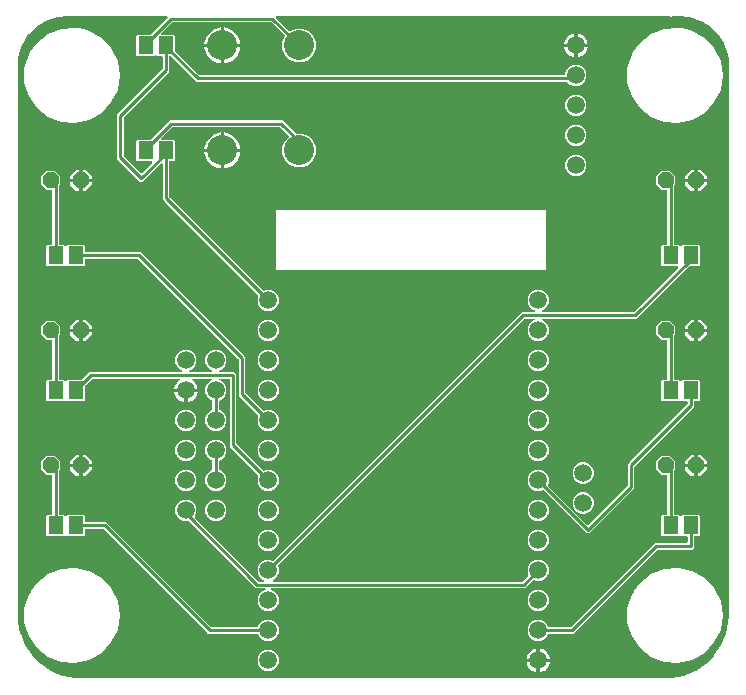
<source format=gbr>
G04 EAGLE Gerber RS-274X export*
G75*
%MOMM*%
%FSLAX34Y34*%
%LPD*%
%INTop Copper*%
%IPPOS*%
%AMOC8*
5,1,8,0,0,1.08239X$1,22.5*%
G01*
%ADD10R,1.300000X1.500000*%
%ADD11C,2.540000*%
%ADD12C,1.508000*%
%ADD13P,1.429621X8X22.500000*%
%ADD14C,0.152400*%
%ADD15C,0.254000*%

G36*
X559015Y10163D02*
X559015Y10163D01*
X559038Y10162D01*
X564152Y10413D01*
X564185Y10420D01*
X564263Y10427D01*
X574295Y12422D01*
X574318Y12430D01*
X574438Y12465D01*
X583888Y16380D01*
X583909Y16392D01*
X584020Y16450D01*
X592525Y22133D01*
X592542Y22149D01*
X592640Y22227D01*
X599873Y29460D01*
X599886Y29479D01*
X599967Y29575D01*
X605650Y38080D01*
X605660Y38102D01*
X605720Y38212D01*
X609635Y47662D01*
X609640Y47685D01*
X609678Y47805D01*
X611673Y57837D01*
X611675Y57869D01*
X611687Y57948D01*
X611938Y63062D01*
X611937Y63076D01*
X611939Y63099D01*
X611939Y534616D01*
X611934Y534646D01*
X611927Y534751D01*
X611189Y538849D01*
X611178Y538879D01*
X611156Y538973D01*
X608021Y547655D01*
X608021Y547656D01*
X608020Y547657D01*
X607946Y547808D01*
X602958Y555574D01*
X602957Y555576D01*
X602956Y555577D01*
X602850Y555707D01*
X596259Y562169D01*
X596258Y562170D01*
X596257Y562171D01*
X596125Y562274D01*
X588261Y567107D01*
X588260Y567108D01*
X588258Y567109D01*
X588106Y567180D01*
X579364Y570142D01*
X579363Y570142D01*
X579362Y570143D01*
X579198Y570179D01*
X570015Y571121D01*
X569983Y571119D01*
X569887Y571124D01*
X566511Y570901D01*
X566471Y570891D01*
X566430Y570891D01*
X566274Y570846D01*
X566271Y570845D01*
X566270Y570845D01*
X566269Y570844D01*
X566016Y570739D01*
X564662Y570739D01*
X564632Y570734D01*
X564570Y570734D01*
X563226Y570569D01*
X562711Y570712D01*
X562692Y570714D01*
X562675Y570721D01*
X562508Y570739D01*
X229551Y570739D01*
X229480Y570728D01*
X229408Y570726D01*
X229359Y570708D01*
X229308Y570700D01*
X229245Y570666D01*
X229177Y570641D01*
X229137Y570609D01*
X229091Y570584D01*
X229041Y570533D01*
X228985Y570488D01*
X228957Y570444D01*
X228921Y570406D01*
X228891Y570341D01*
X228852Y570281D01*
X228840Y570230D01*
X228818Y570183D01*
X228810Y570112D01*
X228792Y570042D01*
X228796Y569990D01*
X228791Y569939D01*
X228806Y569868D01*
X228811Y569797D01*
X228832Y569749D01*
X228843Y569698D01*
X228880Y569637D01*
X228908Y569571D01*
X228953Y569515D01*
X228969Y569487D01*
X228987Y569472D01*
X229013Y569440D01*
X239948Y558504D01*
X240042Y558437D01*
X240137Y558366D01*
X240143Y558365D01*
X240148Y558361D01*
X240258Y558327D01*
X240370Y558290D01*
X240377Y558290D01*
X240383Y558289D01*
X240500Y558292D01*
X240616Y558293D01*
X240624Y558295D01*
X240629Y558295D01*
X240646Y558301D01*
X240778Y558339D01*
X245571Y560325D01*
X251229Y560325D01*
X256458Y558159D01*
X260459Y554158D01*
X262625Y548929D01*
X262625Y543271D01*
X260459Y538042D01*
X256458Y534041D01*
X251229Y531875D01*
X245571Y531875D01*
X240342Y534041D01*
X236341Y538042D01*
X234175Y543271D01*
X234175Y548929D01*
X236161Y553722D01*
X236187Y553836D01*
X236216Y553950D01*
X236215Y553956D01*
X236217Y553962D01*
X236206Y554079D01*
X236197Y554195D01*
X236194Y554201D01*
X236194Y554207D01*
X236146Y554314D01*
X236100Y554421D01*
X236096Y554427D01*
X236094Y554432D01*
X236081Y554445D01*
X235996Y554552D01*
X224859Y565688D01*
X224785Y565741D01*
X224716Y565801D01*
X224686Y565813D01*
X224660Y565832D01*
X224573Y565859D01*
X224488Y565893D01*
X224447Y565897D01*
X224425Y565904D01*
X224392Y565903D01*
X224321Y565911D01*
X141579Y565911D01*
X141489Y565897D01*
X141398Y565889D01*
X141368Y565877D01*
X141336Y565872D01*
X141256Y565829D01*
X141172Y565793D01*
X141140Y565767D01*
X141119Y565756D01*
X141097Y565733D01*
X141041Y565688D01*
X131777Y556424D01*
X131735Y556366D01*
X131685Y556314D01*
X131663Y556267D01*
X131633Y556225D01*
X131612Y556156D01*
X131582Y556091D01*
X131576Y556039D01*
X131561Y555989D01*
X131563Y555918D01*
X131555Y555847D01*
X131566Y555796D01*
X131567Y555744D01*
X131592Y555676D01*
X131607Y555606D01*
X131634Y555561D01*
X131652Y555513D01*
X131696Y555457D01*
X131733Y555395D01*
X131773Y555361D01*
X131805Y555321D01*
X131866Y555282D01*
X131920Y555235D01*
X131968Y555216D01*
X132012Y555188D01*
X132082Y555170D01*
X132148Y555143D01*
X132220Y555135D01*
X132251Y555127D01*
X132274Y555129D01*
X132315Y555125D01*
X142632Y555125D01*
X143525Y554232D01*
X143525Y541343D01*
X143539Y541253D01*
X143547Y541162D01*
X143559Y541132D01*
X143564Y541100D01*
X143607Y541020D01*
X143643Y540936D01*
X143669Y540904D01*
X143680Y540883D01*
X143703Y540861D01*
X143748Y540805D01*
X163375Y521178D01*
X163449Y521125D01*
X163518Y521065D01*
X163548Y521053D01*
X163574Y521034D01*
X163661Y521007D01*
X163746Y520973D01*
X163787Y520969D01*
X163809Y520962D01*
X163842Y520963D01*
X163913Y520955D01*
X472774Y520955D01*
X472794Y520958D01*
X472813Y520956D01*
X472915Y520978D01*
X473017Y520994D01*
X473034Y521004D01*
X473054Y521008D01*
X473143Y521061D01*
X473234Y521110D01*
X473248Y521124D01*
X473265Y521134D01*
X473332Y521213D01*
X473404Y521288D01*
X473412Y521306D01*
X473425Y521321D01*
X473464Y521417D01*
X473507Y521511D01*
X473509Y521531D01*
X473517Y521549D01*
X473535Y521716D01*
X473535Y522503D01*
X474915Y525835D01*
X477465Y528385D01*
X480797Y529765D01*
X484403Y529765D01*
X487735Y528385D01*
X490285Y525835D01*
X491665Y522503D01*
X491665Y518897D01*
X490285Y515565D01*
X487735Y513015D01*
X484403Y511635D01*
X480797Y511635D01*
X477465Y513015D01*
X475338Y515142D01*
X475264Y515195D01*
X475195Y515255D01*
X475165Y515267D01*
X475138Y515286D01*
X475052Y515313D01*
X474967Y515347D01*
X474926Y515351D01*
X474903Y515358D01*
X474871Y515357D01*
X474800Y515365D01*
X161282Y515365D01*
X139795Y536852D01*
X139721Y536905D01*
X139652Y536965D01*
X139622Y536977D01*
X139596Y536996D01*
X139509Y537023D01*
X139424Y537057D01*
X139383Y537061D01*
X139361Y537068D01*
X139328Y537067D01*
X139257Y537075D01*
X139056Y537075D01*
X139036Y537072D01*
X139017Y537074D01*
X138915Y537052D01*
X138813Y537036D01*
X138796Y537026D01*
X138776Y537022D01*
X138687Y536969D01*
X138596Y536920D01*
X138582Y536906D01*
X138565Y536896D01*
X138498Y536817D01*
X138426Y536742D01*
X138418Y536724D01*
X138405Y536709D01*
X138366Y536613D01*
X138323Y536519D01*
X138321Y536499D01*
X138313Y536481D01*
X138295Y536314D01*
X138295Y523992D01*
X100032Y485729D01*
X99978Y485655D01*
X99919Y485586D01*
X99907Y485556D01*
X99888Y485529D01*
X99861Y485443D01*
X99849Y485413D01*
X99837Y485386D01*
X99836Y485380D01*
X99827Y485358D01*
X99823Y485317D01*
X99816Y485294D01*
X99817Y485262D01*
X99809Y485191D01*
X99809Y452766D01*
X99823Y452676D01*
X99830Y452585D01*
X99843Y452555D01*
X99848Y452523D01*
X99891Y452443D01*
X99927Y452359D01*
X99952Y452327D01*
X99963Y452306D01*
X99987Y452284D01*
X100032Y452228D01*
X114152Y438108D01*
X114168Y438096D01*
X114180Y438080D01*
X114268Y438024D01*
X114351Y437964D01*
X114370Y437958D01*
X114387Y437947D01*
X114488Y437922D01*
X114587Y437892D01*
X114606Y437892D01*
X114626Y437887D01*
X114729Y437895D01*
X114832Y437898D01*
X114851Y437905D01*
X114871Y437906D01*
X114966Y437947D01*
X115063Y437982D01*
X115079Y437995D01*
X115097Y438003D01*
X115228Y438108D01*
X123996Y446876D01*
X124038Y446934D01*
X124088Y446986D01*
X124110Y447033D01*
X124140Y447075D01*
X124161Y447144D01*
X124191Y447209D01*
X124197Y447261D01*
X124212Y447311D01*
X124211Y447382D01*
X124218Y447453D01*
X124207Y447504D01*
X124206Y447556D01*
X124181Y447624D01*
X124166Y447694D01*
X124139Y447739D01*
X124122Y447787D01*
X124077Y447843D01*
X124040Y447905D01*
X124000Y447939D01*
X123968Y447979D01*
X123908Y448018D01*
X123853Y448065D01*
X123805Y448084D01*
X123761Y448112D01*
X123691Y448130D01*
X123625Y448157D01*
X123554Y448165D01*
X123522Y448173D01*
X123499Y448171D01*
X123458Y448175D01*
X111368Y448175D01*
X110475Y449068D01*
X110475Y465332D01*
X111368Y466225D01*
X122257Y466225D01*
X122347Y466239D01*
X122438Y466247D01*
X122468Y466259D01*
X122500Y466264D01*
X122580Y466307D01*
X122664Y466343D01*
X122696Y466369D01*
X122717Y466380D01*
X122739Y466403D01*
X122795Y466448D01*
X138948Y482601D01*
X234572Y482601D01*
X245525Y471648D01*
X245599Y471595D01*
X245668Y471535D01*
X245698Y471523D01*
X245724Y471504D01*
X245811Y471477D01*
X245896Y471443D01*
X245937Y471439D01*
X245959Y471432D01*
X245992Y471433D01*
X246063Y471425D01*
X251229Y471425D01*
X256458Y469259D01*
X260459Y465258D01*
X262625Y460029D01*
X262625Y454371D01*
X260459Y449142D01*
X256458Y445141D01*
X251229Y442975D01*
X245571Y442975D01*
X240342Y445141D01*
X236341Y449142D01*
X234175Y454371D01*
X234175Y460029D01*
X236341Y465258D01*
X239637Y468554D01*
X239649Y468570D01*
X239664Y468583D01*
X239720Y468670D01*
X239781Y468754D01*
X239787Y468773D01*
X239797Y468789D01*
X239823Y468890D01*
X239853Y468989D01*
X239853Y469009D01*
X239857Y469028D01*
X239849Y469131D01*
X239847Y469235D01*
X239840Y469253D01*
X239838Y469273D01*
X239798Y469368D01*
X239762Y469466D01*
X239750Y469481D01*
X239742Y469500D01*
X239637Y469631D01*
X232479Y476788D01*
X232405Y476841D01*
X232336Y476901D01*
X232306Y476913D01*
X232280Y476932D01*
X232193Y476959D01*
X232108Y476993D01*
X232067Y476997D01*
X232045Y477004D01*
X232012Y477003D01*
X231941Y477011D01*
X141579Y477011D01*
X141489Y476997D01*
X141398Y476989D01*
X141368Y476977D01*
X141336Y476972D01*
X141256Y476929D01*
X141172Y476893D01*
X141140Y476867D01*
X141119Y476856D01*
X141097Y476833D01*
X141041Y476788D01*
X131777Y467524D01*
X131735Y467466D01*
X131685Y467414D01*
X131663Y467367D01*
X131633Y467325D01*
X131612Y467256D01*
X131582Y467191D01*
X131576Y467139D01*
X131561Y467089D01*
X131563Y467018D01*
X131555Y466947D01*
X131566Y466896D01*
X131567Y466844D01*
X131592Y466776D01*
X131607Y466706D01*
X131634Y466661D01*
X131652Y466613D01*
X131696Y466557D01*
X131733Y466495D01*
X131773Y466461D01*
X131805Y466421D01*
X131866Y466382D01*
X131920Y466335D01*
X131968Y466316D01*
X132012Y466288D01*
X132082Y466270D01*
X132148Y466243D01*
X132220Y466235D01*
X132251Y466227D01*
X132274Y466229D01*
X132315Y466225D01*
X142632Y466225D01*
X143525Y465332D01*
X143525Y449068D01*
X142632Y448175D01*
X139056Y448175D01*
X139036Y448172D01*
X139017Y448174D01*
X138915Y448152D01*
X138813Y448136D01*
X138796Y448126D01*
X138776Y448122D01*
X138687Y448069D01*
X138596Y448020D01*
X138582Y448006D01*
X138565Y447996D01*
X138498Y447917D01*
X138426Y447842D01*
X138418Y447824D01*
X138405Y447809D01*
X138366Y447713D01*
X138323Y447619D01*
X138321Y447599D01*
X138313Y447581D01*
X138295Y447414D01*
X138295Y418423D01*
X138309Y418333D01*
X138317Y418242D01*
X138329Y418212D01*
X138334Y418180D01*
X138377Y418100D01*
X138413Y418016D01*
X138439Y417984D01*
X138450Y417963D01*
X138473Y417941D01*
X138518Y417885D01*
X217747Y338655D01*
X217841Y338588D01*
X217936Y338517D01*
X217942Y338515D01*
X217947Y338512D01*
X218058Y338477D01*
X218170Y338441D01*
X218176Y338441D01*
X218182Y338439D01*
X218299Y338442D01*
X218416Y338443D01*
X218423Y338445D01*
X218428Y338446D01*
X218445Y338452D01*
X218577Y338490D01*
X220447Y339265D01*
X224053Y339265D01*
X227385Y337885D01*
X229935Y335335D01*
X231315Y332003D01*
X231315Y328397D01*
X229935Y325065D01*
X227385Y322515D01*
X224053Y321135D01*
X220447Y321135D01*
X217115Y322515D01*
X214565Y325065D01*
X213185Y328397D01*
X213185Y332003D01*
X213960Y333873D01*
X213987Y333987D01*
X214015Y334100D01*
X214015Y334107D01*
X214016Y334113D01*
X214005Y334229D01*
X213996Y334346D01*
X213994Y334351D01*
X213993Y334358D01*
X213945Y334465D01*
X213900Y334572D01*
X213895Y334578D01*
X213893Y334582D01*
X213880Y334596D01*
X213795Y334703D01*
X134565Y413932D01*
X132705Y415792D01*
X132705Y445842D01*
X132694Y445913D01*
X132692Y445984D01*
X132674Y446033D01*
X132666Y446085D01*
X132632Y446148D01*
X132607Y446215D01*
X132575Y446256D01*
X132550Y446302D01*
X132498Y446351D01*
X132454Y446407D01*
X132410Y446436D01*
X132372Y446472D01*
X132307Y446502D01*
X132247Y446540D01*
X132196Y446553D01*
X132149Y446575D01*
X132078Y446583D01*
X132008Y446601D01*
X131956Y446596D01*
X131905Y446602D01*
X131834Y446587D01*
X131763Y446581D01*
X131715Y446561D01*
X131664Y446550D01*
X131603Y446513D01*
X131537Y446485D01*
X131481Y446440D01*
X131453Y446424D01*
X131438Y446406D01*
X131406Y446380D01*
X115848Y430822D01*
X113532Y430822D01*
X94219Y450135D01*
X94219Y487822D01*
X132482Y526085D01*
X132535Y526159D01*
X132595Y526228D01*
X132607Y526258D01*
X132626Y526284D01*
X132653Y526371D01*
X132687Y526456D01*
X132691Y526497D01*
X132698Y526519D01*
X132697Y526552D01*
X132705Y526623D01*
X132705Y536314D01*
X132702Y536334D01*
X132704Y536353D01*
X132682Y536455D01*
X132666Y536557D01*
X132656Y536574D01*
X132652Y536594D01*
X132599Y536683D01*
X132550Y536774D01*
X132536Y536788D01*
X132526Y536805D01*
X132447Y536872D01*
X132372Y536944D01*
X132354Y536952D01*
X132339Y536965D01*
X132243Y537004D01*
X132149Y537047D01*
X132129Y537049D01*
X132111Y537057D01*
X131944Y537075D01*
X128368Y537075D01*
X127538Y537905D01*
X127522Y537917D01*
X127510Y537933D01*
X127422Y537989D01*
X127339Y538049D01*
X127320Y538055D01*
X127303Y538066D01*
X127202Y538091D01*
X127103Y538121D01*
X127084Y538121D01*
X127064Y538126D01*
X126961Y538118D01*
X126858Y538115D01*
X126839Y538108D01*
X126819Y538107D01*
X126724Y538066D01*
X126627Y538031D01*
X126611Y538018D01*
X126593Y538010D01*
X126462Y537905D01*
X125632Y537075D01*
X111368Y537075D01*
X110475Y537968D01*
X110475Y554232D01*
X111368Y555125D01*
X122257Y555125D01*
X122347Y555139D01*
X122438Y555147D01*
X122468Y555159D01*
X122500Y555164D01*
X122581Y555207D01*
X122664Y555243D01*
X122697Y555269D01*
X122717Y555280D01*
X122739Y555303D01*
X122795Y555348D01*
X136887Y569440D01*
X136929Y569498D01*
X136979Y569550D01*
X137001Y569597D01*
X137031Y569639D01*
X137052Y569708D01*
X137082Y569773D01*
X137088Y569825D01*
X137103Y569875D01*
X137101Y569946D01*
X137109Y570017D01*
X137098Y570068D01*
X137097Y570120D01*
X137072Y570188D01*
X137057Y570258D01*
X137030Y570302D01*
X137012Y570351D01*
X136968Y570407D01*
X136931Y570469D01*
X136891Y570503D01*
X136859Y570543D01*
X136798Y570582D01*
X136744Y570629D01*
X136696Y570648D01*
X136652Y570676D01*
X136582Y570694D01*
X136516Y570721D01*
X136444Y570729D01*
X136413Y570737D01*
X136390Y570735D01*
X136349Y570739D01*
X59985Y570739D01*
X59965Y570736D01*
X59946Y570738D01*
X59780Y570711D01*
X59271Y570569D01*
X57922Y570734D01*
X57892Y570732D01*
X57830Y570739D01*
X56472Y570739D01*
X56223Y570842D01*
X56183Y570852D01*
X56146Y570869D01*
X55988Y570897D01*
X55983Y570898D01*
X55982Y570898D01*
X55981Y570899D01*
X52566Y571121D01*
X52534Y571118D01*
X52438Y571119D01*
X43171Y570159D01*
X43170Y570158D01*
X43168Y570159D01*
X43004Y570122D01*
X34183Y567124D01*
X34182Y567124D01*
X34181Y567124D01*
X34029Y567052D01*
X26096Y562166D01*
X26095Y562165D01*
X26094Y562165D01*
X25962Y562061D01*
X19315Y555532D01*
X19314Y555531D01*
X19313Y555531D01*
X19207Y555400D01*
X14180Y547556D01*
X14179Y547555D01*
X14178Y547554D01*
X14104Y547403D01*
X10948Y538637D01*
X10943Y538606D01*
X10915Y538514D01*
X10173Y534368D01*
X10172Y534338D01*
X10161Y534234D01*
X10161Y63500D01*
X10163Y63486D01*
X10162Y63463D01*
X10415Y58309D01*
X10422Y58277D01*
X10429Y58198D01*
X12439Y48089D01*
X12448Y48067D01*
X12483Y47946D01*
X16427Y38424D01*
X16440Y38403D01*
X16497Y38292D01*
X22224Y29722D01*
X22240Y29704D01*
X22318Y29607D01*
X29607Y22318D01*
X29626Y22304D01*
X29722Y22224D01*
X38292Y16497D01*
X38314Y16487D01*
X38424Y16427D01*
X47946Y12483D01*
X47969Y12477D01*
X48089Y12439D01*
X58198Y10429D01*
X58231Y10427D01*
X58309Y10415D01*
X63463Y10162D01*
X63477Y10163D01*
X63500Y10161D01*
X559001Y10161D01*
X559015Y10163D01*
G37*
%LPC*%
G36*
X228600Y355599D02*
X228600Y355599D01*
X228599Y355600D01*
X228599Y406400D01*
X228600Y406401D01*
X457200Y406401D01*
X457201Y406400D01*
X457201Y355600D01*
X457200Y355599D01*
X228600Y355599D01*
G37*
%LPD*%
%LPC*%
G36*
X220447Y67135D02*
X220447Y67135D01*
X217115Y68515D01*
X214565Y71065D01*
X213185Y74397D01*
X213185Y78003D01*
X214565Y81335D01*
X217115Y83885D01*
X219747Y84975D01*
X219830Y85026D01*
X219916Y85072D01*
X219933Y85090D01*
X219956Y85104D01*
X220018Y85180D01*
X220085Y85250D01*
X220096Y85274D01*
X220113Y85294D01*
X220147Y85385D01*
X220189Y85473D01*
X220191Y85499D01*
X220201Y85523D01*
X220205Y85621D01*
X220216Y85717D01*
X220210Y85743D01*
X220211Y85769D01*
X220184Y85863D01*
X220163Y85958D01*
X220150Y85980D01*
X220143Y86005D01*
X220087Y86085D01*
X220037Y86169D01*
X220017Y86186D01*
X220002Y86207D01*
X219924Y86266D01*
X219850Y86329D01*
X219826Y86339D01*
X219805Y86354D01*
X219713Y86384D01*
X219622Y86421D01*
X219590Y86424D01*
X219571Y86430D01*
X219538Y86430D01*
X219455Y86439D01*
X211868Y86439D01*
X210008Y88299D01*
X155107Y143201D01*
X155012Y143269D01*
X154918Y143339D01*
X154912Y143341D01*
X154907Y143344D01*
X154796Y143379D01*
X154684Y143415D01*
X154678Y143415D01*
X154672Y143417D01*
X154555Y143414D01*
X154438Y143413D01*
X154431Y143411D01*
X154426Y143410D01*
X154409Y143404D01*
X154277Y143366D01*
X154203Y143335D01*
X150597Y143335D01*
X147265Y144715D01*
X144715Y147265D01*
X143335Y150597D01*
X143335Y154203D01*
X144715Y157535D01*
X147265Y160085D01*
X150597Y161465D01*
X154203Y161465D01*
X157535Y160085D01*
X160085Y157535D01*
X161465Y154203D01*
X161465Y150597D01*
X160085Y147265D01*
X160054Y147235D01*
X160043Y147219D01*
X160027Y147206D01*
X159971Y147119D01*
X159911Y147035D01*
X159905Y147016D01*
X159894Y146999D01*
X159869Y146899D01*
X159838Y146800D01*
X159839Y146780D01*
X159834Y146761D01*
X159842Y146658D01*
X159845Y146554D01*
X159852Y146535D01*
X159853Y146515D01*
X159893Y146421D01*
X159929Y146323D01*
X159942Y146307D01*
X159949Y146289D01*
X160054Y146158D01*
X213961Y92252D01*
X214035Y92199D01*
X214104Y92139D01*
X214134Y92127D01*
X214160Y92108D01*
X214247Y92081D01*
X214332Y92047D01*
X214373Y92043D01*
X214396Y92036D01*
X214428Y92037D01*
X214499Y92029D01*
X217843Y92029D01*
X217939Y92044D01*
X218036Y92054D01*
X218060Y92064D01*
X218086Y92068D01*
X218171Y92114D01*
X218261Y92154D01*
X218280Y92171D01*
X218303Y92184D01*
X218370Y92254D01*
X218442Y92320D01*
X218454Y92343D01*
X218472Y92362D01*
X218513Y92450D01*
X218560Y92536D01*
X218565Y92561D01*
X218576Y92585D01*
X218587Y92682D01*
X218604Y92778D01*
X218600Y92803D01*
X218603Y92829D01*
X218582Y92924D01*
X218568Y93021D01*
X218556Y93044D01*
X218551Y93070D01*
X218501Y93153D01*
X218457Y93240D01*
X218438Y93258D01*
X218425Y93281D01*
X218351Y93344D01*
X218281Y93412D01*
X218253Y93428D01*
X218238Y93441D01*
X218207Y93453D01*
X218134Y93493D01*
X217115Y93915D01*
X214565Y96465D01*
X213185Y99797D01*
X213185Y103403D01*
X214565Y106735D01*
X217115Y109285D01*
X220447Y110665D01*
X224053Y110665D01*
X225923Y109890D01*
X226037Y109863D01*
X226150Y109835D01*
X226157Y109835D01*
X226163Y109834D01*
X226279Y109845D01*
X226395Y109854D01*
X226401Y109856D01*
X226408Y109857D01*
X226515Y109905D01*
X226622Y109950D01*
X226628Y109955D01*
X226632Y109957D01*
X226646Y109970D01*
X226753Y110055D01*
X436992Y320295D01*
X447249Y320295D01*
X447345Y320310D01*
X447442Y320320D01*
X447466Y320330D01*
X447492Y320334D01*
X447578Y320380D01*
X447667Y320420D01*
X447686Y320437D01*
X447709Y320450D01*
X447776Y320520D01*
X447848Y320586D01*
X447861Y320609D01*
X447879Y320628D01*
X447920Y320716D01*
X447967Y320802D01*
X447971Y320827D01*
X447982Y320851D01*
X447993Y320948D01*
X448010Y321044D01*
X448006Y321070D01*
X448009Y321095D01*
X447989Y321191D01*
X447975Y321287D01*
X447963Y321310D01*
X447957Y321336D01*
X447907Y321419D01*
X447863Y321506D01*
X447844Y321525D01*
X447831Y321547D01*
X447757Y321610D01*
X447687Y321678D01*
X447659Y321694D01*
X447644Y321707D01*
X447613Y321719D01*
X447540Y321759D01*
X445715Y322515D01*
X443165Y325065D01*
X441785Y328397D01*
X441785Y332003D01*
X443165Y335335D01*
X445715Y337885D01*
X449047Y339265D01*
X452653Y339265D01*
X455985Y337885D01*
X458535Y335335D01*
X459915Y332003D01*
X459915Y328397D01*
X458535Y325065D01*
X455985Y322515D01*
X454160Y321759D01*
X454077Y321708D01*
X453991Y321662D01*
X453973Y321643D01*
X453951Y321630D01*
X453888Y321555D01*
X453821Y321484D01*
X453810Y321460D01*
X453794Y321440D01*
X453759Y321349D01*
X453718Y321261D01*
X453715Y321235D01*
X453705Y321211D01*
X453701Y321113D01*
X453691Y321017D01*
X453696Y320991D01*
X453695Y320965D01*
X453722Y320871D01*
X453743Y320776D01*
X453756Y320754D01*
X453764Y320729D01*
X453819Y320649D01*
X453869Y320565D01*
X453889Y320548D01*
X453904Y320527D01*
X453982Y320468D01*
X454056Y320405D01*
X454080Y320395D01*
X454101Y320380D01*
X454194Y320350D01*
X454284Y320313D01*
X454317Y320310D01*
X454335Y320304D01*
X454368Y320304D01*
X454451Y320295D01*
X531267Y320295D01*
X531357Y320309D01*
X531448Y320317D01*
X531478Y320329D01*
X531510Y320334D01*
X531590Y320377D01*
X531674Y320413D01*
X531706Y320439D01*
X531727Y320450D01*
X531749Y320473D01*
X531805Y320518D01*
X569263Y357976D01*
X569305Y358034D01*
X569355Y358086D01*
X569377Y358133D01*
X569407Y358175D01*
X569428Y358244D01*
X569458Y358309D01*
X569464Y358361D01*
X569479Y358411D01*
X569477Y358482D01*
X569485Y358553D01*
X569474Y358604D01*
X569473Y358656D01*
X569448Y358724D01*
X569433Y358794D01*
X569406Y358839D01*
X569388Y358887D01*
X569344Y358943D01*
X569307Y359005D01*
X569267Y359039D01*
X569235Y359079D01*
X569174Y359118D01*
X569120Y359165D01*
X569072Y359184D01*
X569028Y359212D01*
X568958Y359230D01*
X568892Y359257D01*
X568820Y359265D01*
X568789Y359273D01*
X568766Y359271D01*
X568725Y359275D01*
X555868Y359275D01*
X554975Y360168D01*
X554975Y376432D01*
X555868Y377325D01*
X559444Y377325D01*
X559464Y377328D01*
X559483Y377326D01*
X559585Y377348D01*
X559687Y377364D01*
X559704Y377374D01*
X559724Y377378D01*
X559813Y377431D01*
X559904Y377480D01*
X559918Y377494D01*
X559935Y377504D01*
X560002Y377583D01*
X560074Y377658D01*
X560082Y377676D01*
X560095Y377691D01*
X560134Y377787D01*
X560177Y377881D01*
X560179Y377901D01*
X560187Y377919D01*
X560205Y378086D01*
X560205Y422910D01*
X560202Y422930D01*
X560204Y422949D01*
X560182Y423051D01*
X560166Y423153D01*
X560156Y423170D01*
X560152Y423190D01*
X560099Y423279D01*
X560050Y423370D01*
X560036Y423384D01*
X560026Y423401D01*
X559947Y423468D01*
X559872Y423540D01*
X559854Y423548D01*
X559839Y423561D01*
X559743Y423600D01*
X559649Y423643D01*
X559629Y423645D01*
X559611Y423653D01*
X559444Y423671D01*
X555433Y423671D01*
X550671Y428433D01*
X550671Y435167D01*
X555433Y439929D01*
X562167Y439929D01*
X566929Y435167D01*
X566929Y428433D01*
X566018Y427522D01*
X565965Y427448D01*
X565905Y427379D01*
X565893Y427348D01*
X565874Y427322D01*
X565847Y427235D01*
X565813Y427150D01*
X565809Y427109D01*
X565802Y427087D01*
X565803Y427055D01*
X565795Y426984D01*
X565795Y378086D01*
X565798Y378066D01*
X565796Y378047D01*
X565818Y377945D01*
X565834Y377843D01*
X565844Y377826D01*
X565848Y377806D01*
X565901Y377717D01*
X565950Y377626D01*
X565964Y377612D01*
X565974Y377595D01*
X566053Y377528D01*
X566128Y377456D01*
X566146Y377448D01*
X566161Y377435D01*
X566257Y377396D01*
X566351Y377353D01*
X566371Y377351D01*
X566389Y377343D01*
X566556Y377325D01*
X570132Y377325D01*
X570962Y376495D01*
X570978Y376483D01*
X570990Y376467D01*
X571078Y376411D01*
X571161Y376351D01*
X571180Y376345D01*
X571197Y376334D01*
X571298Y376309D01*
X571397Y376279D01*
X571416Y376279D01*
X571436Y376274D01*
X571539Y376282D01*
X571642Y376285D01*
X571661Y376292D01*
X571681Y376293D01*
X571776Y376334D01*
X571873Y376369D01*
X571889Y376382D01*
X571907Y376390D01*
X572038Y376495D01*
X572868Y377325D01*
X587132Y377325D01*
X588025Y376432D01*
X588025Y360168D01*
X587132Y359275D01*
X578783Y359275D01*
X578693Y359261D01*
X578602Y359253D01*
X578572Y359241D01*
X578540Y359236D01*
X578459Y359193D01*
X578376Y359157D01*
X578343Y359131D01*
X578323Y359120D01*
X578301Y359097D01*
X578245Y359052D01*
X533898Y314705D01*
X454451Y314705D01*
X454355Y314690D01*
X454258Y314680D01*
X454234Y314670D01*
X454208Y314666D01*
X454122Y314620D01*
X454033Y314580D01*
X454014Y314563D01*
X453991Y314550D01*
X453924Y314480D01*
X453852Y314414D01*
X453839Y314391D01*
X453821Y314372D01*
X453780Y314284D01*
X453733Y314198D01*
X453729Y314173D01*
X453718Y314149D01*
X453707Y314052D01*
X453690Y313956D01*
X453694Y313930D01*
X453691Y313905D01*
X453711Y313809D01*
X453725Y313713D01*
X453737Y313690D01*
X453743Y313664D01*
X453793Y313581D01*
X453837Y313494D01*
X453856Y313475D01*
X453869Y313453D01*
X453943Y313390D01*
X454013Y313322D01*
X454041Y313306D01*
X454056Y313293D01*
X454087Y313281D01*
X454160Y313241D01*
X455985Y312485D01*
X458535Y309935D01*
X459915Y306603D01*
X459915Y302997D01*
X458535Y299665D01*
X455985Y297115D01*
X452653Y295735D01*
X449047Y295735D01*
X445715Y297115D01*
X443165Y299665D01*
X441785Y302997D01*
X441785Y306603D01*
X443165Y309935D01*
X445715Y312485D01*
X447540Y313241D01*
X447623Y313292D01*
X447709Y313338D01*
X447727Y313357D01*
X447749Y313370D01*
X447812Y313445D01*
X447879Y313516D01*
X447890Y313540D01*
X447906Y313560D01*
X447941Y313651D01*
X447982Y313739D01*
X447985Y313765D01*
X447995Y313789D01*
X447999Y313887D01*
X448009Y313983D01*
X448004Y314009D01*
X448005Y314035D01*
X447978Y314129D01*
X447957Y314224D01*
X447944Y314246D01*
X447936Y314271D01*
X447881Y314351D01*
X447831Y314435D01*
X447811Y314452D01*
X447796Y314473D01*
X447718Y314532D01*
X447644Y314595D01*
X447620Y314605D01*
X447599Y314620D01*
X447506Y314650D01*
X447416Y314687D01*
X447383Y314690D01*
X447365Y314696D01*
X447332Y314696D01*
X447249Y314705D01*
X439623Y314705D01*
X439533Y314691D01*
X439442Y314683D01*
X439412Y314671D01*
X439380Y314666D01*
X439300Y314623D01*
X439216Y314587D01*
X439184Y314561D01*
X439163Y314550D01*
X439141Y314527D01*
X439085Y314482D01*
X230705Y106103D01*
X230638Y106009D01*
X230567Y105914D01*
X230565Y105908D01*
X230562Y105903D01*
X230527Y105792D01*
X230491Y105680D01*
X230491Y105674D01*
X230489Y105668D01*
X230492Y105551D01*
X230493Y105434D01*
X230495Y105427D01*
X230496Y105422D01*
X230502Y105405D01*
X230540Y105273D01*
X231315Y103403D01*
X231315Y99797D01*
X229935Y96465D01*
X227385Y93915D01*
X226366Y93493D01*
X226283Y93442D01*
X226197Y93396D01*
X226179Y93377D01*
X226157Y93364D01*
X226095Y93289D01*
X226028Y93218D01*
X226017Y93194D01*
X226000Y93174D01*
X225965Y93083D01*
X225924Y92995D01*
X225921Y92969D01*
X225912Y92945D01*
X225908Y92847D01*
X225897Y92750D01*
X225902Y92725D01*
X225901Y92699D01*
X225928Y92605D01*
X225949Y92510D01*
X225963Y92488D01*
X225970Y92463D01*
X226025Y92383D01*
X226075Y92299D01*
X226095Y92282D01*
X226110Y92261D01*
X226188Y92202D01*
X226262Y92139D01*
X226287Y92129D01*
X226308Y92114D01*
X226400Y92084D01*
X226490Y92047D01*
X226523Y92044D01*
X226541Y92038D01*
X226574Y92038D01*
X226657Y92029D01*
X437011Y92029D01*
X437101Y92043D01*
X437192Y92051D01*
X437222Y92063D01*
X437254Y92068D01*
X437334Y92111D01*
X437418Y92147D01*
X437450Y92173D01*
X437471Y92184D01*
X437493Y92207D01*
X437549Y92252D01*
X442395Y97097D01*
X442462Y97191D01*
X442533Y97286D01*
X442535Y97292D01*
X442538Y97297D01*
X442573Y97408D01*
X442609Y97520D01*
X442609Y97526D01*
X442611Y97532D01*
X442608Y97649D01*
X442607Y97766D01*
X442605Y97773D01*
X442604Y97778D01*
X442598Y97795D01*
X442560Y97927D01*
X441785Y99797D01*
X441785Y103403D01*
X443165Y106735D01*
X445715Y109285D01*
X449047Y110665D01*
X452653Y110665D01*
X455985Y109285D01*
X458535Y106735D01*
X459915Y103403D01*
X459915Y99797D01*
X458535Y96465D01*
X455985Y93915D01*
X452653Y92535D01*
X449047Y92535D01*
X447177Y93310D01*
X447063Y93337D01*
X446950Y93365D01*
X446943Y93365D01*
X446937Y93366D01*
X446821Y93355D01*
X446705Y93346D01*
X446699Y93344D01*
X446692Y93343D01*
X446585Y93295D01*
X446478Y93250D01*
X446472Y93245D01*
X446468Y93243D01*
X446454Y93230D01*
X446347Y93145D01*
X439642Y86439D01*
X225045Y86439D01*
X224949Y86424D01*
X224852Y86414D01*
X224828Y86404D01*
X224802Y86399D01*
X224716Y86354D01*
X224627Y86314D01*
X224608Y86297D01*
X224584Y86284D01*
X224517Y86214D01*
X224446Y86148D01*
X224433Y86125D01*
X224415Y86106D01*
X224374Y86018D01*
X224327Y85932D01*
X224322Y85907D01*
X224311Y85883D01*
X224301Y85786D01*
X224283Y85690D01*
X224287Y85664D01*
X224284Y85639D01*
X224305Y85543D01*
X224319Y85447D01*
X224331Y85424D01*
X224337Y85398D01*
X224387Y85315D01*
X224431Y85228D01*
X224449Y85209D01*
X224463Y85187D01*
X224537Y85124D01*
X224606Y85056D01*
X224635Y85040D01*
X224650Y85027D01*
X224680Y85015D01*
X224753Y84975D01*
X227385Y83885D01*
X229935Y81335D01*
X231315Y78003D01*
X231315Y74397D01*
X229935Y71065D01*
X227385Y68515D01*
X224053Y67135D01*
X220447Y67135D01*
G37*
%LPD*%
%LPC*%
G36*
X557379Y23887D02*
X557379Y23887D01*
X546104Y28312D01*
X536634Y35863D01*
X529812Y45870D01*
X526242Y57444D01*
X526242Y69556D01*
X529812Y81130D01*
X530440Y82051D01*
X530440Y82052D01*
X531478Y83574D01*
X533035Y85858D01*
X534073Y87380D01*
X535111Y88903D01*
X536635Y91137D01*
X546104Y98688D01*
X557378Y103113D01*
X569456Y104019D01*
X570357Y103813D01*
X573692Y103052D01*
X577028Y102290D01*
X580363Y101529D01*
X581265Y101323D01*
X591754Y95267D01*
X599992Y86389D01*
X605247Y75477D01*
X607052Y63500D01*
X605247Y51523D01*
X599992Y40611D01*
X591754Y31733D01*
X581265Y25677D01*
X569456Y22981D01*
X557379Y23887D01*
G37*
%LPD*%
%LPC*%
G36*
X557378Y481087D02*
X557378Y481087D01*
X546104Y485512D01*
X536635Y493063D01*
X529812Y503070D01*
X526242Y514644D01*
X526242Y526756D01*
X529812Y538330D01*
X531171Y540324D01*
X532209Y541846D01*
X532210Y541847D01*
X533247Y543369D01*
X533248Y543369D01*
X534804Y545653D01*
X534805Y545653D01*
X535842Y547175D01*
X535843Y547175D01*
X536635Y548337D01*
X546104Y555888D01*
X557378Y560313D01*
X569456Y561219D01*
X572329Y560563D01*
X575664Y559802D01*
X578999Y559040D01*
X581265Y558523D01*
X591754Y552467D01*
X599992Y543589D01*
X605247Y532677D01*
X607052Y520700D01*
X605247Y508723D01*
X599992Y497811D01*
X591754Y488933D01*
X581265Y482877D01*
X569456Y480181D01*
X557378Y481087D01*
G37*
%LPD*%
%LPC*%
G36*
X46838Y481087D02*
X46838Y481087D01*
X35564Y485512D01*
X26095Y493063D01*
X19272Y503070D01*
X15702Y514644D01*
X15702Y526756D01*
X19272Y538330D01*
X20631Y540324D01*
X21669Y541846D01*
X21670Y541847D01*
X22707Y543369D01*
X22708Y543369D01*
X24264Y545653D01*
X24265Y545653D01*
X25302Y547175D01*
X25303Y547175D01*
X26095Y548337D01*
X35564Y555888D01*
X46838Y560313D01*
X58916Y561219D01*
X61789Y560563D01*
X65124Y559802D01*
X68459Y559040D01*
X70725Y558523D01*
X81214Y552467D01*
X89452Y543589D01*
X94707Y532677D01*
X96512Y520700D01*
X94707Y508723D01*
X89452Y497811D01*
X81214Y488932D01*
X70725Y482877D01*
X58916Y480181D01*
X46838Y481087D01*
G37*
%LPD*%
%LPC*%
G36*
X46838Y23887D02*
X46838Y23887D01*
X35564Y28312D01*
X26095Y35863D01*
X19272Y45870D01*
X15702Y57444D01*
X15702Y69556D01*
X19272Y81130D01*
X19900Y82051D01*
X19900Y82052D01*
X20938Y83574D01*
X22495Y85858D01*
X23533Y87380D01*
X24571Y88903D01*
X26095Y91137D01*
X35564Y98688D01*
X46838Y103113D01*
X58916Y104019D01*
X59817Y103813D01*
X63152Y103052D01*
X66488Y102290D01*
X69823Y101529D01*
X70725Y101323D01*
X81214Y95267D01*
X89452Y86389D01*
X94707Y75476D01*
X96512Y63500D01*
X94707Y51523D01*
X89452Y40611D01*
X81214Y31733D01*
X70725Y25677D01*
X58916Y22981D01*
X46838Y23887D01*
G37*
%LPD*%
%LPC*%
G36*
X220447Y168735D02*
X220447Y168735D01*
X217115Y170115D01*
X214565Y172665D01*
X213185Y175997D01*
X213185Y179603D01*
X213960Y181473D01*
X213987Y181587D01*
X214015Y181700D01*
X214015Y181707D01*
X214016Y181713D01*
X214005Y181829D01*
X213996Y181946D01*
X213994Y181951D01*
X213993Y181958D01*
X213945Y182065D01*
X213900Y182172D01*
X213895Y182178D01*
X213893Y182182D01*
X213880Y182196D01*
X213795Y182303D01*
X191470Y204627D01*
X189610Y206487D01*
X189610Y263144D01*
X189607Y263164D01*
X189609Y263183D01*
X189587Y263285D01*
X189571Y263387D01*
X189561Y263404D01*
X189557Y263424D01*
X189504Y263513D01*
X189455Y263604D01*
X189441Y263618D01*
X189431Y263635D01*
X189352Y263702D01*
X189277Y263774D01*
X189259Y263782D01*
X189244Y263795D01*
X189148Y263834D01*
X189054Y263877D01*
X189034Y263879D01*
X189016Y263887D01*
X188849Y263905D01*
X181401Y263905D01*
X181305Y263890D01*
X181208Y263880D01*
X181184Y263870D01*
X181158Y263866D01*
X181072Y263820D01*
X180983Y263780D01*
X180964Y263763D01*
X180941Y263750D01*
X180874Y263680D01*
X180802Y263614D01*
X180789Y263591D01*
X180771Y263572D01*
X180730Y263484D01*
X180683Y263398D01*
X180679Y263373D01*
X180668Y263349D01*
X180657Y263252D01*
X180640Y263156D01*
X180644Y263130D01*
X180641Y263105D01*
X180661Y263009D01*
X180676Y262913D01*
X180687Y262890D01*
X180693Y262864D01*
X180743Y262781D01*
X180787Y262694D01*
X180806Y262675D01*
X180819Y262653D01*
X180893Y262590D01*
X180963Y262522D01*
X180991Y262506D01*
X181006Y262493D01*
X181037Y262481D01*
X181110Y262441D01*
X182935Y261685D01*
X185485Y259135D01*
X186865Y255803D01*
X186865Y252197D01*
X185485Y248865D01*
X182935Y246315D01*
X181065Y245541D01*
X180965Y245479D01*
X180865Y245419D01*
X180861Y245414D01*
X180856Y245411D01*
X180781Y245321D01*
X180705Y245232D01*
X180703Y245226D01*
X180699Y245222D01*
X180657Y245113D01*
X180613Y245004D01*
X180612Y244997D01*
X180611Y244992D01*
X180610Y244974D01*
X180595Y244837D01*
X180595Y237763D01*
X180597Y237748D01*
X180596Y237735D01*
X180610Y237670D01*
X180614Y237648D01*
X180631Y237532D01*
X180633Y237526D01*
X180634Y237520D01*
X180689Y237417D01*
X180742Y237312D01*
X180747Y237308D01*
X180750Y237303D01*
X180834Y237223D01*
X180918Y237140D01*
X180924Y237137D01*
X180928Y237133D01*
X180945Y237125D01*
X181065Y237059D01*
X182935Y236285D01*
X185485Y233735D01*
X186865Y230403D01*
X186865Y226797D01*
X185485Y223465D01*
X182935Y220915D01*
X179603Y219535D01*
X175997Y219535D01*
X172665Y220915D01*
X170115Y223465D01*
X168735Y226797D01*
X168735Y230403D01*
X170115Y233735D01*
X172665Y236285D01*
X174535Y237059D01*
X174635Y237121D01*
X174735Y237181D01*
X174739Y237186D01*
X174744Y237189D01*
X174819Y237279D01*
X174895Y237368D01*
X174897Y237374D01*
X174901Y237378D01*
X174943Y237487D01*
X174970Y237553D01*
X174977Y237569D01*
X174978Y237573D01*
X174987Y237596D01*
X174988Y237603D01*
X174989Y237608D01*
X174990Y237626D01*
X175005Y237763D01*
X175005Y244837D01*
X174986Y244952D01*
X174969Y245068D01*
X174967Y245074D01*
X174966Y245080D01*
X174912Y245182D01*
X174858Y245288D01*
X174853Y245292D01*
X174850Y245297D01*
X174766Y245377D01*
X174682Y245460D01*
X174676Y245463D01*
X174672Y245467D01*
X174655Y245475D01*
X174535Y245541D01*
X172665Y246315D01*
X170115Y248865D01*
X168735Y252197D01*
X168735Y255803D01*
X170115Y259135D01*
X172665Y261685D01*
X174490Y262441D01*
X174573Y262492D01*
X174659Y262538D01*
X174677Y262556D01*
X174699Y262570D01*
X174762Y262646D01*
X174829Y262716D01*
X174840Y262740D01*
X174856Y262760D01*
X174891Y262851D01*
X174932Y262939D01*
X174935Y262965D01*
X174944Y262989D01*
X174949Y263087D01*
X174959Y263183D01*
X174954Y263209D01*
X174955Y263235D01*
X174928Y263329D01*
X174907Y263424D01*
X174894Y263446D01*
X174886Y263471D01*
X174831Y263551D01*
X174781Y263635D01*
X174761Y263652D01*
X174746Y263673D01*
X174668Y263732D01*
X174594Y263795D01*
X174570Y263805D01*
X174549Y263820D01*
X174456Y263850D01*
X174366Y263887D01*
X174333Y263890D01*
X174315Y263896D01*
X174282Y263896D01*
X174199Y263905D01*
X158260Y263905D01*
X158252Y263904D01*
X158244Y263905D01*
X158130Y263884D01*
X158017Y263866D01*
X158010Y263862D01*
X158002Y263860D01*
X157901Y263804D01*
X157800Y263750D01*
X157794Y263745D01*
X157787Y263741D01*
X157709Y263655D01*
X157630Y263572D01*
X157627Y263565D01*
X157622Y263559D01*
X157575Y263453D01*
X157527Y263349D01*
X157526Y263341D01*
X157523Y263334D01*
X157512Y263219D01*
X157500Y263105D01*
X157501Y263097D01*
X157501Y263089D01*
X157527Y262977D01*
X157552Y262864D01*
X157556Y262857D01*
X157558Y262850D01*
X157619Y262752D01*
X157678Y262653D01*
X157684Y262648D01*
X157688Y262641D01*
X157812Y262528D01*
X158967Y261689D01*
X160089Y260567D01*
X161022Y259283D01*
X161742Y257870D01*
X162233Y256361D01*
X162365Y255523D01*
X153162Y255523D01*
X153142Y255520D01*
X153123Y255522D01*
X153021Y255500D01*
X152919Y255483D01*
X152902Y255474D01*
X152882Y255470D01*
X152793Y255417D01*
X152702Y255368D01*
X152688Y255354D01*
X152671Y255344D01*
X152604Y255265D01*
X152533Y255190D01*
X152524Y255172D01*
X152511Y255157D01*
X152473Y255061D01*
X152429Y254967D01*
X152427Y254947D01*
X152419Y254929D01*
X152401Y254762D01*
X152401Y253999D01*
X152399Y253999D01*
X152399Y254762D01*
X152396Y254782D01*
X152398Y254801D01*
X152376Y254903D01*
X152359Y255005D01*
X152350Y255022D01*
X152346Y255042D01*
X152293Y255131D01*
X152244Y255222D01*
X152230Y255236D01*
X152220Y255253D01*
X152141Y255320D01*
X152066Y255391D01*
X152048Y255400D01*
X152033Y255413D01*
X151937Y255452D01*
X151843Y255495D01*
X151823Y255497D01*
X151805Y255505D01*
X151638Y255523D01*
X142435Y255523D01*
X142567Y256361D01*
X143058Y257870D01*
X143778Y259283D01*
X144711Y260567D01*
X145833Y261689D01*
X146988Y262528D01*
X146993Y262534D01*
X147000Y262538D01*
X147080Y262621D01*
X147161Y262703D01*
X147164Y262710D01*
X147170Y262716D01*
X147218Y262820D01*
X147269Y262924D01*
X147270Y262932D01*
X147273Y262939D01*
X147286Y263053D01*
X147301Y263168D01*
X147300Y263176D01*
X147300Y263183D01*
X147276Y263296D01*
X147254Y263409D01*
X147250Y263416D01*
X147248Y263424D01*
X147189Y263522D01*
X147132Y263623D01*
X147126Y263628D01*
X147122Y263635D01*
X147035Y263709D01*
X146948Y263787D01*
X146941Y263790D01*
X146935Y263795D01*
X146828Y263838D01*
X146722Y263883D01*
X146714Y263884D01*
X146707Y263887D01*
X146540Y263905D01*
X73473Y263905D01*
X73383Y263891D01*
X73292Y263883D01*
X73262Y263871D01*
X73230Y263866D01*
X73150Y263823D01*
X73066Y263787D01*
X73034Y263761D01*
X73013Y263750D01*
X72991Y263727D01*
X72935Y263682D01*
X67548Y258295D01*
X67495Y258221D01*
X67435Y258152D01*
X67423Y258122D01*
X67404Y258096D01*
X67377Y258009D01*
X67343Y257924D01*
X67339Y257883D01*
X67332Y257861D01*
X67333Y257828D01*
X67325Y257757D01*
X67325Y245868D01*
X66432Y244975D01*
X52168Y244975D01*
X51338Y245805D01*
X51322Y245817D01*
X51310Y245833D01*
X51222Y245889D01*
X51139Y245949D01*
X51120Y245955D01*
X51103Y245966D01*
X51002Y245991D01*
X50903Y246021D01*
X50884Y246021D01*
X50864Y246026D01*
X50761Y246018D01*
X50658Y246015D01*
X50639Y246008D01*
X50619Y246007D01*
X50524Y245966D01*
X50427Y245931D01*
X50411Y245918D01*
X50393Y245910D01*
X50262Y245805D01*
X49432Y244975D01*
X35168Y244975D01*
X34275Y245868D01*
X34275Y262132D01*
X35168Y263025D01*
X38744Y263025D01*
X38764Y263028D01*
X38783Y263026D01*
X38885Y263048D01*
X38987Y263064D01*
X39004Y263074D01*
X39024Y263078D01*
X39113Y263131D01*
X39204Y263180D01*
X39218Y263194D01*
X39235Y263204D01*
X39302Y263283D01*
X39374Y263358D01*
X39382Y263376D01*
X39395Y263391D01*
X39434Y263487D01*
X39477Y263581D01*
X39479Y263601D01*
X39487Y263619D01*
X39505Y263786D01*
X39505Y295910D01*
X39502Y295930D01*
X39504Y295949D01*
X39482Y296051D01*
X39466Y296153D01*
X39456Y296170D01*
X39452Y296190D01*
X39399Y296279D01*
X39350Y296370D01*
X39336Y296384D01*
X39326Y296401D01*
X39247Y296468D01*
X39172Y296540D01*
X39154Y296548D01*
X39139Y296561D01*
X39043Y296600D01*
X38949Y296643D01*
X38929Y296645D01*
X38911Y296653D01*
X38744Y296671D01*
X34733Y296671D01*
X29971Y301433D01*
X29971Y308167D01*
X34733Y312929D01*
X41467Y312929D01*
X46229Y308167D01*
X46229Y301433D01*
X45318Y300522D01*
X45265Y300448D01*
X45205Y300379D01*
X45193Y300348D01*
X45174Y300322D01*
X45147Y300235D01*
X45113Y300150D01*
X45109Y300109D01*
X45102Y300087D01*
X45103Y300055D01*
X45095Y299984D01*
X45095Y263786D01*
X45098Y263766D01*
X45096Y263747D01*
X45118Y263645D01*
X45134Y263543D01*
X45144Y263526D01*
X45148Y263506D01*
X45201Y263417D01*
X45250Y263326D01*
X45264Y263312D01*
X45274Y263295D01*
X45353Y263228D01*
X45428Y263156D01*
X45446Y263148D01*
X45461Y263135D01*
X45557Y263096D01*
X45651Y263053D01*
X45671Y263051D01*
X45689Y263043D01*
X45856Y263025D01*
X49432Y263025D01*
X50262Y262195D01*
X50278Y262183D01*
X50290Y262167D01*
X50378Y262111D01*
X50461Y262051D01*
X50480Y262045D01*
X50497Y262034D01*
X50598Y262009D01*
X50697Y261979D01*
X50716Y261979D01*
X50736Y261974D01*
X50839Y261982D01*
X50942Y261985D01*
X50961Y261992D01*
X50981Y261993D01*
X51076Y262034D01*
X51173Y262069D01*
X51189Y262082D01*
X51207Y262090D01*
X51338Y262195D01*
X52168Y263025D01*
X64057Y263025D01*
X64147Y263039D01*
X64238Y263047D01*
X64268Y263059D01*
X64300Y263064D01*
X64380Y263107D01*
X64464Y263143D01*
X64496Y263169D01*
X64517Y263180D01*
X64539Y263203D01*
X64595Y263248D01*
X70842Y269495D01*
X148799Y269495D01*
X148895Y269510D01*
X148992Y269520D01*
X149016Y269530D01*
X149042Y269534D01*
X149128Y269580D01*
X149217Y269620D01*
X149236Y269637D01*
X149259Y269650D01*
X149326Y269720D01*
X149398Y269786D01*
X149411Y269809D01*
X149429Y269828D01*
X149470Y269916D01*
X149517Y270002D01*
X149521Y270027D01*
X149532Y270051D01*
X149543Y270148D01*
X149560Y270244D01*
X149556Y270270D01*
X149559Y270295D01*
X149539Y270391D01*
X149524Y270487D01*
X149513Y270510D01*
X149507Y270536D01*
X149457Y270619D01*
X149413Y270706D01*
X149394Y270725D01*
X149381Y270747D01*
X149307Y270810D01*
X149237Y270878D01*
X149209Y270894D01*
X149194Y270907D01*
X149163Y270919D01*
X149090Y270959D01*
X147265Y271715D01*
X144715Y274265D01*
X143335Y277597D01*
X143335Y281203D01*
X144715Y284535D01*
X147265Y287085D01*
X150597Y288465D01*
X154203Y288465D01*
X157535Y287085D01*
X160085Y284535D01*
X161465Y281203D01*
X161465Y277597D01*
X160085Y274265D01*
X157535Y271715D01*
X155710Y270959D01*
X155627Y270908D01*
X155541Y270862D01*
X155523Y270844D01*
X155501Y270830D01*
X155438Y270754D01*
X155371Y270684D01*
X155360Y270660D01*
X155344Y270640D01*
X155309Y270549D01*
X155268Y270461D01*
X155265Y270435D01*
X155256Y270411D01*
X155251Y270313D01*
X155241Y270217D01*
X155246Y270191D01*
X155245Y270165D01*
X155272Y270071D01*
X155293Y269976D01*
X155306Y269954D01*
X155314Y269929D01*
X155369Y269849D01*
X155419Y269765D01*
X155439Y269748D01*
X155454Y269727D01*
X155532Y269668D01*
X155606Y269605D01*
X155630Y269595D01*
X155651Y269580D01*
X155744Y269550D01*
X155834Y269513D01*
X155867Y269510D01*
X155885Y269504D01*
X155918Y269504D01*
X156001Y269495D01*
X174199Y269495D01*
X174295Y269510D01*
X174392Y269520D01*
X174416Y269530D01*
X174442Y269534D01*
X174528Y269580D01*
X174617Y269620D01*
X174636Y269637D01*
X174659Y269650D01*
X174726Y269720D01*
X174798Y269786D01*
X174811Y269809D01*
X174829Y269828D01*
X174870Y269916D01*
X174917Y270002D01*
X174921Y270027D01*
X174932Y270051D01*
X174943Y270148D01*
X174960Y270244D01*
X174956Y270270D01*
X174959Y270295D01*
X174939Y270391D01*
X174924Y270487D01*
X174913Y270510D01*
X174907Y270536D01*
X174857Y270619D01*
X174813Y270706D01*
X174794Y270725D01*
X174781Y270747D01*
X174707Y270810D01*
X174637Y270878D01*
X174609Y270894D01*
X174594Y270907D01*
X174563Y270919D01*
X174490Y270959D01*
X172665Y271715D01*
X170115Y274265D01*
X168735Y277597D01*
X168735Y281203D01*
X170115Y284535D01*
X172665Y287085D01*
X175997Y288465D01*
X179603Y288465D01*
X182935Y287085D01*
X185485Y284535D01*
X186865Y281203D01*
X186865Y277597D01*
X185485Y274265D01*
X182935Y271715D01*
X181110Y270959D01*
X181027Y270908D01*
X180941Y270862D01*
X180923Y270844D01*
X180901Y270830D01*
X180838Y270754D01*
X180771Y270684D01*
X180760Y270660D01*
X180744Y270640D01*
X180709Y270549D01*
X180668Y270461D01*
X180665Y270435D01*
X180656Y270411D01*
X180651Y270313D01*
X180641Y270217D01*
X180646Y270191D01*
X180645Y270165D01*
X180672Y270071D01*
X180693Y269976D01*
X180706Y269954D01*
X180714Y269929D01*
X180769Y269849D01*
X180819Y269765D01*
X180839Y269748D01*
X180854Y269727D01*
X180932Y269668D01*
X181006Y269605D01*
X181030Y269595D01*
X181051Y269580D01*
X181144Y269550D01*
X181234Y269513D01*
X181267Y269510D01*
X181285Y269504D01*
X181318Y269504D01*
X181401Y269495D01*
X193563Y269495D01*
X195200Y267858D01*
X195200Y209118D01*
X195214Y209028D01*
X195222Y208937D01*
X195234Y208907D01*
X195239Y208875D01*
X195282Y208795D01*
X195318Y208711D01*
X195344Y208679D01*
X195355Y208658D01*
X195378Y208636D01*
X195423Y208580D01*
X217747Y186255D01*
X217841Y186188D01*
X217936Y186117D01*
X217942Y186115D01*
X217947Y186112D01*
X218058Y186077D01*
X218170Y186041D01*
X218176Y186041D01*
X218182Y186039D01*
X218299Y186042D01*
X218416Y186043D01*
X218423Y186045D01*
X218428Y186046D01*
X218445Y186052D01*
X218577Y186090D01*
X220447Y186865D01*
X224053Y186865D01*
X227385Y185485D01*
X229935Y182935D01*
X231315Y179603D01*
X231315Y175997D01*
X229935Y172665D01*
X227385Y170115D01*
X224053Y168735D01*
X220447Y168735D01*
G37*
%LPD*%
%LPC*%
G36*
X220447Y219535D02*
X220447Y219535D01*
X217115Y220915D01*
X214565Y223465D01*
X213185Y226797D01*
X213185Y230403D01*
X213960Y232273D01*
X213987Y232387D01*
X214015Y232500D01*
X214015Y232507D01*
X214016Y232513D01*
X214005Y232629D01*
X213996Y232746D01*
X213994Y232751D01*
X213993Y232758D01*
X213945Y232865D01*
X213900Y232972D01*
X213895Y232978D01*
X213893Y232982D01*
X213880Y232996D01*
X213795Y233103D01*
X199090Y247807D01*
X197230Y249667D01*
X197230Y279758D01*
X197216Y279848D01*
X197208Y279939D01*
X197196Y279969D01*
X197191Y280001D01*
X197148Y280082D01*
X197112Y280166D01*
X197086Y280198D01*
X197075Y280218D01*
X197052Y280241D01*
X197007Y280296D01*
X112021Y365282D01*
X111948Y365335D01*
X111878Y365395D01*
X111848Y365407D01*
X111822Y365426D01*
X111735Y365453D01*
X111650Y365487D01*
X111609Y365491D01*
X111587Y365498D01*
X111554Y365497D01*
X111483Y365505D01*
X68086Y365505D01*
X68066Y365502D01*
X68047Y365504D01*
X67945Y365482D01*
X67843Y365466D01*
X67826Y365456D01*
X67806Y365452D01*
X67717Y365399D01*
X67626Y365350D01*
X67612Y365336D01*
X67595Y365326D01*
X67528Y365247D01*
X67456Y365172D01*
X67448Y365154D01*
X67435Y365139D01*
X67396Y365043D01*
X67353Y364949D01*
X67351Y364929D01*
X67343Y364911D01*
X67325Y364744D01*
X67325Y360168D01*
X66432Y359275D01*
X52168Y359275D01*
X51338Y360105D01*
X51322Y360117D01*
X51310Y360133D01*
X51222Y360189D01*
X51139Y360249D01*
X51120Y360255D01*
X51103Y360266D01*
X51002Y360291D01*
X50903Y360321D01*
X50884Y360321D01*
X50864Y360326D01*
X50761Y360318D01*
X50658Y360315D01*
X50639Y360308D01*
X50619Y360307D01*
X50524Y360266D01*
X50427Y360231D01*
X50411Y360218D01*
X50393Y360210D01*
X50262Y360105D01*
X49432Y359275D01*
X35168Y359275D01*
X34275Y360168D01*
X34275Y376432D01*
X35168Y377325D01*
X38744Y377325D01*
X38764Y377328D01*
X38783Y377326D01*
X38885Y377348D01*
X38987Y377364D01*
X39004Y377374D01*
X39024Y377378D01*
X39113Y377431D01*
X39204Y377480D01*
X39218Y377494D01*
X39235Y377504D01*
X39302Y377583D01*
X39374Y377658D01*
X39382Y377676D01*
X39395Y377691D01*
X39434Y377787D01*
X39477Y377881D01*
X39479Y377901D01*
X39487Y377919D01*
X39505Y378086D01*
X39505Y422910D01*
X39502Y422930D01*
X39504Y422949D01*
X39482Y423051D01*
X39466Y423153D01*
X39456Y423170D01*
X39452Y423190D01*
X39399Y423279D01*
X39350Y423370D01*
X39336Y423384D01*
X39326Y423401D01*
X39247Y423468D01*
X39172Y423540D01*
X39154Y423548D01*
X39139Y423561D01*
X39043Y423600D01*
X38949Y423643D01*
X38929Y423645D01*
X38911Y423653D01*
X38744Y423671D01*
X34733Y423671D01*
X29971Y428433D01*
X29971Y435167D01*
X34733Y439929D01*
X41467Y439929D01*
X46229Y435167D01*
X46229Y428433D01*
X45318Y427522D01*
X45265Y427448D01*
X45205Y427379D01*
X45193Y427348D01*
X45174Y427322D01*
X45147Y427235D01*
X45113Y427150D01*
X45109Y427109D01*
X45102Y427087D01*
X45103Y427055D01*
X45095Y426984D01*
X45095Y378086D01*
X45098Y378066D01*
X45096Y378047D01*
X45118Y377945D01*
X45134Y377843D01*
X45144Y377826D01*
X45148Y377806D01*
X45201Y377717D01*
X45250Y377626D01*
X45264Y377612D01*
X45274Y377595D01*
X45353Y377528D01*
X45428Y377456D01*
X45446Y377448D01*
X45461Y377435D01*
X45557Y377396D01*
X45651Y377353D01*
X45671Y377351D01*
X45689Y377343D01*
X45856Y377325D01*
X49432Y377325D01*
X50262Y376495D01*
X50278Y376483D01*
X50290Y376467D01*
X50378Y376411D01*
X50461Y376351D01*
X50480Y376345D01*
X50497Y376334D01*
X50598Y376309D01*
X50697Y376279D01*
X50716Y376279D01*
X50736Y376274D01*
X50839Y376282D01*
X50942Y376285D01*
X50961Y376292D01*
X50981Y376293D01*
X51076Y376334D01*
X51173Y376369D01*
X51189Y376382D01*
X51207Y376390D01*
X51338Y376495D01*
X52168Y377325D01*
X66432Y377325D01*
X67325Y376432D01*
X67325Y371856D01*
X67328Y371836D01*
X67326Y371817D01*
X67348Y371715D01*
X67364Y371613D01*
X67374Y371596D01*
X67378Y371576D01*
X67431Y371487D01*
X67480Y371396D01*
X67494Y371382D01*
X67504Y371365D01*
X67583Y371298D01*
X67658Y371226D01*
X67676Y371218D01*
X67691Y371205D01*
X67787Y371166D01*
X67881Y371123D01*
X67901Y371121D01*
X67919Y371113D01*
X68086Y371095D01*
X114114Y371095D01*
X202820Y282389D01*
X202820Y252298D01*
X202834Y252208D01*
X202842Y252117D01*
X202854Y252087D01*
X202859Y252055D01*
X202902Y251975D01*
X202938Y251891D01*
X202964Y251859D01*
X202975Y251838D01*
X202998Y251816D01*
X203043Y251760D01*
X217747Y237055D01*
X217841Y236988D01*
X217936Y236917D01*
X217942Y236915D01*
X217947Y236912D01*
X218058Y236877D01*
X218170Y236841D01*
X218176Y236841D01*
X218182Y236839D01*
X218299Y236842D01*
X218416Y236843D01*
X218423Y236845D01*
X218428Y236846D01*
X218445Y236852D01*
X218577Y236890D01*
X220447Y237665D01*
X224053Y237665D01*
X227385Y236285D01*
X229935Y233735D01*
X231315Y230403D01*
X231315Y226797D01*
X229935Y223465D01*
X227385Y220915D01*
X224053Y219535D01*
X220447Y219535D01*
G37*
%LPD*%
%LPC*%
G36*
X491728Y132969D02*
X491728Y132969D01*
X455353Y169345D01*
X455259Y169412D01*
X455164Y169483D01*
X455158Y169485D01*
X455153Y169488D01*
X455042Y169523D01*
X454930Y169559D01*
X454924Y169559D01*
X454918Y169561D01*
X454801Y169558D01*
X454684Y169557D01*
X454677Y169555D01*
X454672Y169554D01*
X454655Y169548D01*
X454523Y169510D01*
X452653Y168735D01*
X449047Y168735D01*
X445715Y170115D01*
X443165Y172665D01*
X441785Y175997D01*
X441785Y179603D01*
X443165Y182935D01*
X445715Y185485D01*
X449047Y186865D01*
X452653Y186865D01*
X455985Y185485D01*
X458535Y182935D01*
X459915Y179603D01*
X459915Y175997D01*
X459140Y174127D01*
X459121Y174044D01*
X459116Y174034D01*
X459114Y174017D01*
X459113Y174013D01*
X459085Y173900D01*
X459085Y173893D01*
X459084Y173887D01*
X459091Y173809D01*
X459089Y173790D01*
X459096Y173760D01*
X459104Y173655D01*
X459106Y173649D01*
X459107Y173642D01*
X459135Y173580D01*
X459141Y173550D01*
X459166Y173508D01*
X459200Y173428D01*
X459205Y173422D01*
X459207Y173418D01*
X459220Y173404D01*
X459255Y173360D01*
X459268Y173339D01*
X459282Y173327D01*
X459305Y173297D01*
X492348Y140255D01*
X492364Y140243D01*
X492376Y140227D01*
X492464Y140171D01*
X492547Y140111D01*
X492566Y140105D01*
X492583Y140094D01*
X492684Y140069D01*
X492783Y140039D01*
X492802Y140039D01*
X492822Y140034D01*
X492925Y140042D01*
X493028Y140045D01*
X493047Y140052D01*
X493067Y140054D01*
X493162Y140094D01*
X493259Y140130D01*
X493275Y140142D01*
X493293Y140150D01*
X493424Y140255D01*
X526182Y173013D01*
X526235Y173087D01*
X526295Y173156D01*
X526307Y173186D01*
X526326Y173212D01*
X526353Y173299D01*
X526387Y173384D01*
X526391Y173425D01*
X526398Y173447D01*
X526397Y173480D01*
X526405Y173551D01*
X526405Y191658D01*
X528265Y193518D01*
X576982Y242235D01*
X577035Y242309D01*
X577095Y242378D01*
X577107Y242408D01*
X577126Y242434D01*
X577153Y242521D01*
X577187Y242606D01*
X577191Y242647D01*
X577198Y242669D01*
X577197Y242702D01*
X577205Y242773D01*
X577205Y244214D01*
X577202Y244234D01*
X577204Y244253D01*
X577182Y244355D01*
X577166Y244457D01*
X577156Y244474D01*
X577152Y244494D01*
X577099Y244583D01*
X577050Y244674D01*
X577036Y244688D01*
X577026Y244705D01*
X576947Y244772D01*
X576872Y244844D01*
X576854Y244852D01*
X576839Y244865D01*
X576743Y244904D01*
X576649Y244947D01*
X576629Y244949D01*
X576611Y244957D01*
X576444Y244975D01*
X572868Y244975D01*
X572038Y245805D01*
X572022Y245817D01*
X572010Y245833D01*
X571922Y245889D01*
X571839Y245949D01*
X571820Y245955D01*
X571803Y245966D01*
X571702Y245991D01*
X571603Y246021D01*
X571584Y246021D01*
X571564Y246026D01*
X571461Y246018D01*
X571358Y246015D01*
X571339Y246008D01*
X571319Y246007D01*
X571224Y245966D01*
X571127Y245931D01*
X571111Y245918D01*
X571093Y245910D01*
X570962Y245805D01*
X570132Y244975D01*
X555868Y244975D01*
X554975Y245868D01*
X554975Y262132D01*
X555868Y263025D01*
X559444Y263025D01*
X559464Y263028D01*
X559483Y263026D01*
X559585Y263048D01*
X559687Y263064D01*
X559704Y263074D01*
X559724Y263078D01*
X559813Y263131D01*
X559904Y263180D01*
X559918Y263194D01*
X559935Y263204D01*
X560002Y263283D01*
X560074Y263358D01*
X560082Y263376D01*
X560095Y263391D01*
X560134Y263487D01*
X560177Y263581D01*
X560179Y263601D01*
X560187Y263619D01*
X560205Y263786D01*
X560205Y295910D01*
X560202Y295930D01*
X560204Y295949D01*
X560182Y296051D01*
X560166Y296153D01*
X560156Y296170D01*
X560152Y296190D01*
X560099Y296279D01*
X560050Y296370D01*
X560036Y296384D01*
X560026Y296401D01*
X559947Y296468D01*
X559872Y296540D01*
X559854Y296548D01*
X559839Y296561D01*
X559743Y296600D01*
X559649Y296643D01*
X559629Y296645D01*
X559611Y296653D01*
X559444Y296671D01*
X555433Y296671D01*
X550671Y301433D01*
X550671Y308167D01*
X555433Y312929D01*
X562167Y312929D01*
X566929Y308167D01*
X566929Y301433D01*
X566018Y300522D01*
X565965Y300448D01*
X565905Y300379D01*
X565893Y300348D01*
X565874Y300322D01*
X565847Y300235D01*
X565813Y300150D01*
X565809Y300109D01*
X565802Y300087D01*
X565803Y300055D01*
X565795Y299984D01*
X565795Y263786D01*
X565798Y263766D01*
X565796Y263747D01*
X565818Y263645D01*
X565834Y263543D01*
X565844Y263526D01*
X565848Y263506D01*
X565901Y263417D01*
X565950Y263326D01*
X565964Y263312D01*
X565974Y263295D01*
X566053Y263228D01*
X566128Y263156D01*
X566146Y263148D01*
X566161Y263135D01*
X566257Y263096D01*
X566351Y263053D01*
X566371Y263051D01*
X566389Y263043D01*
X566556Y263025D01*
X570132Y263025D01*
X570962Y262195D01*
X570978Y262183D01*
X570990Y262167D01*
X571078Y262111D01*
X571161Y262051D01*
X571180Y262045D01*
X571197Y262034D01*
X571298Y262009D01*
X571397Y261979D01*
X571416Y261979D01*
X571436Y261974D01*
X571539Y261982D01*
X571642Y261985D01*
X571661Y261992D01*
X571681Y261993D01*
X571776Y262034D01*
X571873Y262069D01*
X571889Y262082D01*
X571907Y262090D01*
X572038Y262195D01*
X572868Y263025D01*
X587132Y263025D01*
X588025Y262132D01*
X588025Y245868D01*
X587132Y244975D01*
X583556Y244975D01*
X583536Y244972D01*
X583517Y244974D01*
X583415Y244952D01*
X583313Y244936D01*
X583296Y244926D01*
X583276Y244922D01*
X583187Y244869D01*
X583096Y244820D01*
X583082Y244806D01*
X583065Y244796D01*
X582998Y244717D01*
X582926Y244642D01*
X582918Y244624D01*
X582905Y244609D01*
X582866Y244513D01*
X582823Y244419D01*
X582821Y244399D01*
X582813Y244381D01*
X582795Y244214D01*
X582795Y240142D01*
X580935Y238282D01*
X532218Y189565D01*
X532172Y189501D01*
X532154Y189483D01*
X532150Y189475D01*
X532105Y189422D01*
X532093Y189392D01*
X532074Y189366D01*
X532047Y189279D01*
X532013Y189194D01*
X532009Y189153D01*
X532002Y189131D01*
X532003Y189098D01*
X531995Y189027D01*
X531995Y170920D01*
X495904Y134829D01*
X494044Y132969D01*
X491728Y132969D01*
G37*
%LPD*%
%LPC*%
G36*
X220447Y41735D02*
X220447Y41735D01*
X217115Y43115D01*
X214565Y45665D01*
X213791Y47535D01*
X213729Y47635D01*
X213669Y47735D01*
X213664Y47739D01*
X213661Y47744D01*
X213571Y47819D01*
X213482Y47895D01*
X213476Y47897D01*
X213472Y47901D01*
X213363Y47943D01*
X213254Y47987D01*
X213247Y47988D01*
X213242Y47989D01*
X213224Y47990D01*
X213087Y48005D01*
X171442Y48005D01*
X82764Y136684D01*
X82690Y136737D01*
X82620Y136796D01*
X82590Y136808D01*
X82564Y136827D01*
X82477Y136854D01*
X82392Y136888D01*
X82351Y136893D01*
X82329Y136900D01*
X82297Y136899D01*
X82226Y136907D01*
X68086Y136906D01*
X68066Y136903D01*
X68047Y136905D01*
X67945Y136883D01*
X67843Y136866D01*
X67826Y136857D01*
X67806Y136853D01*
X67717Y136799D01*
X67626Y136751D01*
X67612Y136737D01*
X67595Y136726D01*
X67528Y136647D01*
X67456Y136573D01*
X67448Y136555D01*
X67435Y136539D01*
X67396Y136443D01*
X67353Y136350D01*
X67351Y136330D01*
X67343Y136311D01*
X67325Y136145D01*
X67325Y131568D01*
X66432Y130675D01*
X52168Y130675D01*
X51338Y131505D01*
X51322Y131517D01*
X51310Y131533D01*
X51222Y131589D01*
X51139Y131649D01*
X51120Y131655D01*
X51103Y131666D01*
X51002Y131691D01*
X50903Y131721D01*
X50884Y131721D01*
X50864Y131726D01*
X50761Y131718D01*
X50658Y131715D01*
X50639Y131708D01*
X50619Y131707D01*
X50524Y131666D01*
X50427Y131631D01*
X50411Y131618D01*
X50393Y131610D01*
X50262Y131505D01*
X49432Y130675D01*
X35168Y130675D01*
X34275Y131568D01*
X34275Y147832D01*
X35168Y148725D01*
X38744Y148725D01*
X38764Y148728D01*
X38783Y148726D01*
X38885Y148748D01*
X38987Y148764D01*
X39004Y148774D01*
X39024Y148778D01*
X39113Y148831D01*
X39204Y148880D01*
X39218Y148894D01*
X39235Y148904D01*
X39302Y148983D01*
X39374Y149058D01*
X39382Y149076D01*
X39395Y149091D01*
X39434Y149187D01*
X39477Y149281D01*
X39479Y149301D01*
X39487Y149319D01*
X39505Y149486D01*
X39505Y181610D01*
X39502Y181630D01*
X39504Y181649D01*
X39482Y181751D01*
X39466Y181853D01*
X39456Y181870D01*
X39452Y181890D01*
X39399Y181979D01*
X39350Y182070D01*
X39336Y182084D01*
X39326Y182101D01*
X39247Y182168D01*
X39172Y182240D01*
X39154Y182248D01*
X39139Y182261D01*
X39043Y182300D01*
X38949Y182343D01*
X38929Y182345D01*
X38911Y182353D01*
X38744Y182371D01*
X34733Y182371D01*
X29971Y187133D01*
X29971Y193867D01*
X34733Y198629D01*
X41467Y198629D01*
X46229Y193867D01*
X46229Y187133D01*
X45318Y186222D01*
X45265Y186148D01*
X45205Y186079D01*
X45193Y186048D01*
X45174Y186022D01*
X45147Y185935D01*
X45113Y185850D01*
X45109Y185809D01*
X45102Y185787D01*
X45103Y185755D01*
X45095Y185684D01*
X45095Y149486D01*
X45098Y149466D01*
X45096Y149447D01*
X45118Y149345D01*
X45134Y149243D01*
X45144Y149226D01*
X45148Y149206D01*
X45201Y149117D01*
X45250Y149026D01*
X45264Y149012D01*
X45274Y148995D01*
X45353Y148928D01*
X45428Y148856D01*
X45446Y148848D01*
X45461Y148835D01*
X45557Y148796D01*
X45651Y148753D01*
X45671Y148751D01*
X45689Y148743D01*
X45856Y148725D01*
X49432Y148725D01*
X50262Y147895D01*
X50278Y147883D01*
X50290Y147867D01*
X50378Y147811D01*
X50461Y147751D01*
X50480Y147745D01*
X50497Y147734D01*
X50598Y147709D01*
X50697Y147679D01*
X50716Y147679D01*
X50736Y147674D01*
X50839Y147682D01*
X50942Y147685D01*
X50961Y147692D01*
X50981Y147693D01*
X51076Y147734D01*
X51173Y147769D01*
X51189Y147782D01*
X51207Y147790D01*
X51338Y147895D01*
X52168Y148725D01*
X66432Y148725D01*
X67325Y147832D01*
X67325Y143257D01*
X67328Y143237D01*
X67326Y143217D01*
X67348Y143116D01*
X67364Y143014D01*
X67374Y142996D01*
X67378Y142977D01*
X67431Y142888D01*
X67480Y142796D01*
X67494Y142783D01*
X67504Y142766D01*
X67583Y142698D01*
X67658Y142627D01*
X67676Y142619D01*
X67691Y142606D01*
X67787Y142567D01*
X67881Y142523D01*
X67901Y142521D01*
X67919Y142514D01*
X68086Y142495D01*
X82225Y142496D01*
X82226Y142496D01*
X83675Y142496D01*
X84856Y142496D01*
X85671Y141682D01*
X86716Y140637D01*
X86716Y140636D01*
X173535Y53818D01*
X173609Y53765D01*
X173678Y53705D01*
X173708Y53693D01*
X173734Y53674D01*
X173821Y53647D01*
X173906Y53613D01*
X173947Y53609D01*
X173969Y53602D01*
X174002Y53603D01*
X174073Y53595D01*
X213087Y53595D01*
X213202Y53614D01*
X213318Y53631D01*
X213324Y53633D01*
X213330Y53634D01*
X213432Y53689D01*
X213538Y53742D01*
X213542Y53747D01*
X213548Y53750D01*
X213627Y53834D01*
X213710Y53918D01*
X213713Y53924D01*
X213717Y53928D01*
X213725Y53945D01*
X213791Y54065D01*
X214565Y55935D01*
X217115Y58485D01*
X220447Y59865D01*
X224053Y59865D01*
X227385Y58485D01*
X229935Y55935D01*
X231315Y52603D01*
X231315Y48997D01*
X229935Y45665D01*
X227385Y43115D01*
X224053Y41735D01*
X220447Y41735D01*
G37*
%LPD*%
%LPC*%
G36*
X449047Y41735D02*
X449047Y41735D01*
X445715Y43115D01*
X443165Y45665D01*
X441785Y48997D01*
X441785Y52603D01*
X443165Y55935D01*
X445715Y58485D01*
X449047Y59865D01*
X452653Y59865D01*
X455985Y58485D01*
X458535Y55935D01*
X459309Y54065D01*
X459371Y53965D01*
X459431Y53865D01*
X459436Y53861D01*
X459439Y53856D01*
X459529Y53781D01*
X459618Y53705D01*
X459624Y53703D01*
X459628Y53699D01*
X459737Y53657D01*
X459846Y53613D01*
X459853Y53612D01*
X459858Y53611D01*
X459876Y53610D01*
X460013Y53595D01*
X477927Y53595D01*
X478017Y53609D01*
X478108Y53617D01*
X478138Y53629D01*
X478170Y53634D01*
X478250Y53677D01*
X478334Y53713D01*
X478366Y53739D01*
X478387Y53750D01*
X478409Y53773D01*
X478465Y53818D01*
X549362Y124715D01*
X576444Y124715D01*
X576464Y124718D01*
X576483Y124716D01*
X576585Y124738D01*
X576687Y124754D01*
X576704Y124764D01*
X576724Y124768D01*
X576813Y124821D01*
X576904Y124870D01*
X576918Y124884D01*
X576935Y124894D01*
X577002Y124973D01*
X577074Y125048D01*
X577082Y125066D01*
X577095Y125081D01*
X577134Y125177D01*
X577177Y125271D01*
X577179Y125291D01*
X577187Y125309D01*
X577205Y125476D01*
X577205Y129914D01*
X577202Y129934D01*
X577204Y129953D01*
X577182Y130055D01*
X577166Y130157D01*
X577156Y130174D01*
X577152Y130194D01*
X577099Y130283D01*
X577050Y130374D01*
X577036Y130388D01*
X577026Y130405D01*
X576947Y130472D01*
X576872Y130544D01*
X576854Y130552D01*
X576839Y130565D01*
X576743Y130604D01*
X576649Y130647D01*
X576629Y130649D01*
X576611Y130657D01*
X576444Y130675D01*
X572868Y130675D01*
X572038Y131505D01*
X572022Y131517D01*
X572010Y131533D01*
X571922Y131589D01*
X571839Y131649D01*
X571820Y131655D01*
X571803Y131666D01*
X571702Y131691D01*
X571603Y131721D01*
X571584Y131721D01*
X571564Y131726D01*
X571461Y131718D01*
X571358Y131715D01*
X571339Y131708D01*
X571319Y131707D01*
X571224Y131666D01*
X571127Y131631D01*
X571111Y131618D01*
X571093Y131610D01*
X570962Y131505D01*
X570132Y130675D01*
X555868Y130675D01*
X554975Y131568D01*
X554975Y147832D01*
X555868Y148725D01*
X559444Y148725D01*
X559464Y148728D01*
X559483Y148726D01*
X559585Y148748D01*
X559687Y148764D01*
X559704Y148774D01*
X559724Y148778D01*
X559813Y148831D01*
X559904Y148880D01*
X559918Y148894D01*
X559935Y148904D01*
X560002Y148983D01*
X560074Y149058D01*
X560082Y149076D01*
X560095Y149091D01*
X560134Y149187D01*
X560177Y149281D01*
X560179Y149301D01*
X560187Y149319D01*
X560205Y149486D01*
X560205Y181610D01*
X560202Y181630D01*
X560204Y181649D01*
X560182Y181751D01*
X560166Y181853D01*
X560156Y181870D01*
X560152Y181890D01*
X560099Y181979D01*
X560050Y182070D01*
X560036Y182084D01*
X560026Y182101D01*
X559947Y182168D01*
X559872Y182240D01*
X559854Y182248D01*
X559839Y182261D01*
X559743Y182300D01*
X559649Y182343D01*
X559629Y182345D01*
X559611Y182353D01*
X559444Y182371D01*
X555433Y182371D01*
X550671Y187133D01*
X550671Y193867D01*
X555433Y198629D01*
X562167Y198629D01*
X566929Y193867D01*
X566929Y187133D01*
X566018Y186222D01*
X565965Y186148D01*
X565905Y186079D01*
X565893Y186048D01*
X565874Y186022D01*
X565847Y185935D01*
X565813Y185850D01*
X565809Y185809D01*
X565802Y185787D01*
X565803Y185755D01*
X565795Y185684D01*
X565795Y149486D01*
X565798Y149466D01*
X565796Y149447D01*
X565818Y149345D01*
X565834Y149243D01*
X565844Y149226D01*
X565848Y149206D01*
X565901Y149117D01*
X565950Y149026D01*
X565964Y149012D01*
X565974Y148995D01*
X566053Y148928D01*
X566128Y148856D01*
X566146Y148848D01*
X566161Y148835D01*
X566257Y148796D01*
X566351Y148753D01*
X566371Y148751D01*
X566389Y148743D01*
X566556Y148725D01*
X570132Y148725D01*
X570962Y147895D01*
X570978Y147883D01*
X570990Y147867D01*
X571078Y147811D01*
X571161Y147751D01*
X571180Y147745D01*
X571197Y147734D01*
X571298Y147709D01*
X571397Y147679D01*
X571416Y147679D01*
X571436Y147674D01*
X571539Y147682D01*
X571642Y147685D01*
X571661Y147692D01*
X571681Y147693D01*
X571776Y147734D01*
X571873Y147769D01*
X571889Y147782D01*
X571907Y147790D01*
X572038Y147895D01*
X572868Y148725D01*
X587132Y148725D01*
X588025Y147832D01*
X588025Y131568D01*
X587132Y130675D01*
X583556Y130675D01*
X583536Y130672D01*
X583517Y130674D01*
X583415Y130652D01*
X583313Y130636D01*
X583296Y130626D01*
X583276Y130622D01*
X583187Y130569D01*
X583096Y130520D01*
X583082Y130506D01*
X583065Y130496D01*
X582998Y130417D01*
X582926Y130342D01*
X582918Y130324D01*
X582905Y130309D01*
X582866Y130213D01*
X582823Y130119D01*
X582821Y130099D01*
X582813Y130081D01*
X582795Y129914D01*
X582795Y120762D01*
X581158Y119125D01*
X551993Y119125D01*
X551903Y119111D01*
X551812Y119103D01*
X551782Y119091D01*
X551750Y119086D01*
X551670Y119043D01*
X551586Y119007D01*
X551554Y118981D01*
X551533Y118970D01*
X551511Y118947D01*
X551455Y118902D01*
X480558Y48005D01*
X460013Y48005D01*
X459898Y47986D01*
X459782Y47969D01*
X459776Y47967D01*
X459770Y47966D01*
X459667Y47911D01*
X459562Y47858D01*
X459558Y47853D01*
X459553Y47850D01*
X459473Y47766D01*
X459390Y47682D01*
X459387Y47676D01*
X459383Y47672D01*
X459375Y47655D01*
X459309Y47535D01*
X458535Y45665D01*
X455985Y43115D01*
X452653Y41735D01*
X449047Y41735D01*
G37*
%LPD*%
%LPC*%
G36*
X175997Y168735D02*
X175997Y168735D01*
X172665Y170115D01*
X170115Y172665D01*
X168735Y175997D01*
X168735Y179603D01*
X170115Y182935D01*
X172665Y185485D01*
X174535Y186259D01*
X174635Y186321D01*
X174735Y186381D01*
X174739Y186386D01*
X174744Y186389D01*
X174819Y186479D01*
X174895Y186568D01*
X174897Y186574D01*
X174901Y186578D01*
X174943Y186687D01*
X174987Y186796D01*
X174988Y186803D01*
X174989Y186808D01*
X174990Y186826D01*
X175005Y186963D01*
X175005Y194037D01*
X174986Y194152D01*
X174969Y194268D01*
X174967Y194274D01*
X174966Y194280D01*
X174911Y194383D01*
X174858Y194488D01*
X174853Y194492D01*
X174850Y194497D01*
X174766Y194577D01*
X174682Y194660D01*
X174676Y194663D01*
X174672Y194667D01*
X174655Y194675D01*
X174535Y194741D01*
X172665Y195515D01*
X170115Y198065D01*
X168735Y201397D01*
X168735Y205003D01*
X170115Y208335D01*
X172665Y210885D01*
X175997Y212265D01*
X179603Y212265D01*
X182935Y210885D01*
X185485Y208335D01*
X186865Y205003D01*
X186865Y201397D01*
X185485Y198065D01*
X182935Y195515D01*
X181065Y194741D01*
X180965Y194679D01*
X180865Y194619D01*
X180861Y194614D01*
X180856Y194611D01*
X180781Y194521D01*
X180705Y194432D01*
X180703Y194426D01*
X180699Y194422D01*
X180657Y194313D01*
X180613Y194204D01*
X180612Y194197D01*
X180611Y194192D01*
X180610Y194174D01*
X180595Y194037D01*
X180595Y186963D01*
X180614Y186848D01*
X180631Y186732D01*
X180633Y186726D01*
X180634Y186720D01*
X180689Y186617D01*
X180742Y186512D01*
X180747Y186508D01*
X180750Y186503D01*
X180834Y186423D01*
X180918Y186340D01*
X180924Y186337D01*
X180928Y186333D01*
X180945Y186325D01*
X181065Y186259D01*
X182935Y185485D01*
X185485Y182935D01*
X186865Y179603D01*
X186865Y175997D01*
X185485Y172665D01*
X182935Y170115D01*
X179603Y168735D01*
X175997Y168735D01*
G37*
%LPD*%
%LPC*%
G36*
X480797Y486235D02*
X480797Y486235D01*
X477465Y487615D01*
X474915Y490165D01*
X473535Y493497D01*
X473535Y497103D01*
X474915Y500435D01*
X477465Y502985D01*
X480797Y504365D01*
X484403Y504365D01*
X487735Y502985D01*
X490285Y500435D01*
X491665Y497103D01*
X491665Y493497D01*
X490285Y490165D01*
X487735Y487615D01*
X484403Y486235D01*
X480797Y486235D01*
G37*
%LPD*%
%LPC*%
G36*
X480797Y460835D02*
X480797Y460835D01*
X477465Y462215D01*
X474915Y464765D01*
X473535Y468097D01*
X473535Y471703D01*
X474915Y475035D01*
X477465Y477585D01*
X480797Y478965D01*
X484403Y478965D01*
X487735Y477585D01*
X490285Y475035D01*
X491665Y471703D01*
X491665Y468097D01*
X490285Y464765D01*
X487735Y462215D01*
X484403Y460835D01*
X480797Y460835D01*
G37*
%LPD*%
%LPC*%
G36*
X220447Y270335D02*
X220447Y270335D01*
X217115Y271715D01*
X214565Y274265D01*
X213185Y277597D01*
X213185Y281203D01*
X214565Y284535D01*
X217115Y287085D01*
X220447Y288465D01*
X224053Y288465D01*
X227385Y287085D01*
X229935Y284535D01*
X231315Y281203D01*
X231315Y277597D01*
X229935Y274265D01*
X227385Y271715D01*
X224053Y270335D01*
X220447Y270335D01*
G37*
%LPD*%
%LPC*%
G36*
X449047Y270335D02*
X449047Y270335D01*
X445715Y271715D01*
X443165Y274265D01*
X441785Y277597D01*
X441785Y281203D01*
X443165Y284535D01*
X445715Y287085D01*
X449047Y288465D01*
X452653Y288465D01*
X455985Y287085D01*
X458535Y284535D01*
X459915Y281203D01*
X459915Y277597D01*
X458535Y274265D01*
X455985Y271715D01*
X452653Y270335D01*
X449047Y270335D01*
G37*
%LPD*%
%LPC*%
G36*
X449047Y117935D02*
X449047Y117935D01*
X445715Y119315D01*
X443165Y121865D01*
X441785Y125197D01*
X441785Y128803D01*
X443165Y132135D01*
X445715Y134685D01*
X449047Y136065D01*
X452653Y136065D01*
X455985Y134685D01*
X458535Y132135D01*
X459915Y128803D01*
X459915Y125197D01*
X458535Y121865D01*
X455985Y119315D01*
X452653Y117935D01*
X449047Y117935D01*
G37*
%LPD*%
%LPC*%
G36*
X220447Y244935D02*
X220447Y244935D01*
X217115Y246315D01*
X214565Y248865D01*
X213185Y252197D01*
X213185Y255803D01*
X214565Y259135D01*
X217115Y261685D01*
X220447Y263065D01*
X224053Y263065D01*
X227385Y261685D01*
X229935Y259135D01*
X231315Y255803D01*
X231315Y252197D01*
X229935Y248865D01*
X227385Y246315D01*
X224053Y244935D01*
X220447Y244935D01*
G37*
%LPD*%
%LPC*%
G36*
X449047Y244935D02*
X449047Y244935D01*
X445715Y246315D01*
X443165Y248865D01*
X441785Y252197D01*
X441785Y255803D01*
X443165Y259135D01*
X445715Y261685D01*
X449047Y263065D01*
X452653Y263065D01*
X455985Y261685D01*
X458535Y259135D01*
X459915Y255803D01*
X459915Y252197D01*
X458535Y248865D01*
X455985Y246315D01*
X452653Y244935D01*
X449047Y244935D01*
G37*
%LPD*%
%LPC*%
G36*
X480797Y435435D02*
X480797Y435435D01*
X477465Y436815D01*
X474915Y439365D01*
X473535Y442697D01*
X473535Y446303D01*
X474915Y449635D01*
X477465Y452185D01*
X480797Y453565D01*
X484403Y453565D01*
X487735Y452185D01*
X490285Y449635D01*
X491665Y446303D01*
X491665Y442697D01*
X490285Y439365D01*
X487735Y436815D01*
X484403Y435435D01*
X480797Y435435D01*
G37*
%LPD*%
%LPC*%
G36*
X220447Y117935D02*
X220447Y117935D01*
X217115Y119315D01*
X214565Y121865D01*
X213185Y125197D01*
X213185Y128803D01*
X214565Y132135D01*
X217115Y134685D01*
X220447Y136065D01*
X224053Y136065D01*
X227385Y134685D01*
X229935Y132135D01*
X231315Y128803D01*
X231315Y125197D01*
X229935Y121865D01*
X227385Y119315D01*
X224053Y117935D01*
X220447Y117935D01*
G37*
%LPD*%
%LPC*%
G36*
X449047Y143335D02*
X449047Y143335D01*
X445715Y144715D01*
X443165Y147265D01*
X441785Y150597D01*
X441785Y154203D01*
X443165Y157535D01*
X445715Y160085D01*
X449047Y161465D01*
X452653Y161465D01*
X455985Y160085D01*
X458535Y157535D01*
X459915Y154203D01*
X459915Y150597D01*
X458535Y147265D01*
X455985Y144715D01*
X452653Y143335D01*
X449047Y143335D01*
G37*
%LPD*%
%LPC*%
G36*
X220447Y143335D02*
X220447Y143335D01*
X217115Y144715D01*
X214565Y147265D01*
X213185Y150597D01*
X213185Y154203D01*
X214565Y157535D01*
X217115Y160085D01*
X220447Y161465D01*
X224053Y161465D01*
X227385Y160085D01*
X229935Y157535D01*
X231315Y154203D01*
X231315Y150597D01*
X229935Y147265D01*
X227385Y144715D01*
X224053Y143335D01*
X220447Y143335D01*
G37*
%LPD*%
%LPC*%
G36*
X175997Y143335D02*
X175997Y143335D01*
X172665Y144715D01*
X170115Y147265D01*
X168735Y150597D01*
X168735Y154203D01*
X170115Y157535D01*
X172665Y160085D01*
X175997Y161465D01*
X179603Y161465D01*
X182935Y160085D01*
X185485Y157535D01*
X186865Y154203D01*
X186865Y150597D01*
X185485Y147265D01*
X182935Y144715D01*
X179603Y143335D01*
X175997Y143335D01*
G37*
%LPD*%
%LPC*%
G36*
X150597Y219535D02*
X150597Y219535D01*
X147265Y220915D01*
X144715Y223465D01*
X143335Y226797D01*
X143335Y230403D01*
X144715Y233735D01*
X147265Y236285D01*
X150597Y237665D01*
X154203Y237665D01*
X157535Y236285D01*
X160085Y233735D01*
X161465Y230403D01*
X161465Y226797D01*
X160085Y223465D01*
X157535Y220915D01*
X154203Y219535D01*
X150597Y219535D01*
G37*
%LPD*%
%LPC*%
G36*
X220447Y295735D02*
X220447Y295735D01*
X217115Y297115D01*
X214565Y299665D01*
X213185Y302997D01*
X213185Y306603D01*
X214565Y309935D01*
X217115Y312485D01*
X220447Y313865D01*
X224053Y313865D01*
X227385Y312485D01*
X229935Y309935D01*
X231315Y306603D01*
X231315Y302997D01*
X229935Y299665D01*
X227385Y297115D01*
X224053Y295735D01*
X220447Y295735D01*
G37*
%LPD*%
%LPC*%
G36*
X487147Y149685D02*
X487147Y149685D01*
X483815Y151065D01*
X481265Y153615D01*
X479885Y156947D01*
X479885Y160553D01*
X481265Y163885D01*
X483815Y166435D01*
X487147Y167815D01*
X490753Y167815D01*
X494085Y166435D01*
X496635Y163885D01*
X498015Y160553D01*
X498015Y156947D01*
X496635Y153615D01*
X494085Y151065D01*
X490753Y149685D01*
X487147Y149685D01*
G37*
%LPD*%
%LPC*%
G36*
X150597Y168735D02*
X150597Y168735D01*
X147265Y170115D01*
X144715Y172665D01*
X143335Y175997D01*
X143335Y179603D01*
X144715Y182935D01*
X147265Y185485D01*
X150597Y186865D01*
X154203Y186865D01*
X157535Y185485D01*
X160085Y182935D01*
X161465Y179603D01*
X161465Y175997D01*
X160085Y172665D01*
X157535Y170115D01*
X154203Y168735D01*
X150597Y168735D01*
G37*
%LPD*%
%LPC*%
G36*
X487147Y175085D02*
X487147Y175085D01*
X483815Y176465D01*
X481265Y179015D01*
X479885Y182347D01*
X479885Y185953D01*
X481265Y189285D01*
X483815Y191835D01*
X487147Y193215D01*
X490753Y193215D01*
X494085Y191835D01*
X496635Y189285D01*
X498015Y185953D01*
X498015Y182347D01*
X496635Y179015D01*
X494085Y176465D01*
X490753Y175085D01*
X487147Y175085D01*
G37*
%LPD*%
%LPC*%
G36*
X449047Y67135D02*
X449047Y67135D01*
X445715Y68515D01*
X443165Y71065D01*
X441785Y74397D01*
X441785Y78003D01*
X443165Y81335D01*
X445715Y83885D01*
X449047Y85265D01*
X452653Y85265D01*
X455985Y83885D01*
X458535Y81335D01*
X459915Y78003D01*
X459915Y74397D01*
X458535Y71065D01*
X455985Y68515D01*
X452653Y67135D01*
X449047Y67135D01*
G37*
%LPD*%
%LPC*%
G36*
X449047Y219535D02*
X449047Y219535D01*
X445715Y220915D01*
X443165Y223465D01*
X441785Y226797D01*
X441785Y230403D01*
X443165Y233735D01*
X445715Y236285D01*
X449047Y237665D01*
X452653Y237665D01*
X455985Y236285D01*
X458535Y233735D01*
X459915Y230403D01*
X459915Y226797D01*
X458535Y223465D01*
X455985Y220915D01*
X452653Y219535D01*
X449047Y219535D01*
G37*
%LPD*%
%LPC*%
G36*
X449047Y194135D02*
X449047Y194135D01*
X445715Y195515D01*
X443165Y198065D01*
X441785Y201397D01*
X441785Y205003D01*
X443165Y208335D01*
X445715Y210885D01*
X449047Y212265D01*
X452653Y212265D01*
X455985Y210885D01*
X458535Y208335D01*
X459915Y205003D01*
X459915Y201397D01*
X458535Y198065D01*
X455985Y195515D01*
X452653Y194135D01*
X449047Y194135D01*
G37*
%LPD*%
%LPC*%
G36*
X150597Y194135D02*
X150597Y194135D01*
X147265Y195515D01*
X144715Y198065D01*
X143335Y201397D01*
X143335Y205003D01*
X144715Y208335D01*
X147265Y210885D01*
X150597Y212265D01*
X154203Y212265D01*
X157535Y210885D01*
X160085Y208335D01*
X161465Y205003D01*
X161465Y201397D01*
X160085Y198065D01*
X157535Y195515D01*
X154203Y194135D01*
X150597Y194135D01*
G37*
%LPD*%
%LPC*%
G36*
X220447Y194135D02*
X220447Y194135D01*
X217115Y195515D01*
X214565Y198065D01*
X213185Y201397D01*
X213185Y205003D01*
X214565Y208335D01*
X217115Y210885D01*
X220447Y212265D01*
X224053Y212265D01*
X227385Y210885D01*
X229935Y208335D01*
X231315Y205003D01*
X231315Y201397D01*
X229935Y198065D01*
X227385Y195515D01*
X224053Y194135D01*
X220447Y194135D01*
G37*
%LPD*%
%LPC*%
G36*
X220447Y16335D02*
X220447Y16335D01*
X217115Y17715D01*
X214565Y20265D01*
X213185Y23597D01*
X213185Y27203D01*
X214565Y30535D01*
X217115Y33085D01*
X220447Y34465D01*
X224053Y34465D01*
X227385Y33085D01*
X229935Y30535D01*
X231315Y27203D01*
X231315Y23597D01*
X229935Y20265D01*
X227385Y17715D01*
X224053Y16335D01*
X220447Y16335D01*
G37*
%LPD*%
%LPC*%
G36*
X184923Y458723D02*
X184923Y458723D01*
X184923Y472389D01*
X186969Y472065D01*
X189250Y471324D01*
X191388Y470235D01*
X193329Y468825D01*
X195025Y467129D01*
X196435Y465188D01*
X197524Y463050D01*
X198265Y460769D01*
X198589Y458723D01*
X184923Y458723D01*
G37*
%LPD*%
%LPC*%
G36*
X184923Y547623D02*
X184923Y547623D01*
X184923Y561289D01*
X186969Y560965D01*
X189250Y560224D01*
X191388Y559135D01*
X193329Y557725D01*
X195025Y556029D01*
X196435Y554088D01*
X197524Y551950D01*
X198265Y549669D01*
X198589Y547623D01*
X184923Y547623D01*
G37*
%LPD*%
%LPC*%
G36*
X168211Y458723D02*
X168211Y458723D01*
X168535Y460769D01*
X169276Y463050D01*
X170365Y465188D01*
X171775Y467129D01*
X173471Y468825D01*
X175412Y470235D01*
X177550Y471324D01*
X179831Y472065D01*
X181877Y472389D01*
X181877Y458723D01*
X168211Y458723D01*
G37*
%LPD*%
%LPC*%
G36*
X168211Y547623D02*
X168211Y547623D01*
X168535Y549669D01*
X169276Y551950D01*
X170365Y554088D01*
X171775Y556029D01*
X173471Y557725D01*
X175412Y559135D01*
X177550Y560224D01*
X179831Y560965D01*
X181877Y561289D01*
X181877Y547623D01*
X168211Y547623D01*
G37*
%LPD*%
%LPC*%
G36*
X184923Y544577D02*
X184923Y544577D01*
X198589Y544577D01*
X198265Y542531D01*
X197524Y540250D01*
X196435Y538112D01*
X195025Y536171D01*
X193329Y534475D01*
X191388Y533065D01*
X189250Y531976D01*
X186969Y531235D01*
X184923Y530911D01*
X184923Y544577D01*
G37*
%LPD*%
%LPC*%
G36*
X184923Y455677D02*
X184923Y455677D01*
X198589Y455677D01*
X198265Y453631D01*
X197524Y451350D01*
X196435Y449212D01*
X195025Y447271D01*
X193329Y445575D01*
X191388Y444165D01*
X189250Y443076D01*
X186969Y442335D01*
X184923Y442011D01*
X184923Y455677D01*
G37*
%LPD*%
%LPC*%
G36*
X179831Y442335D02*
X179831Y442335D01*
X177550Y443076D01*
X175412Y444165D01*
X173471Y445575D01*
X171775Y447271D01*
X170365Y449212D01*
X169276Y451350D01*
X168535Y453631D01*
X168211Y455677D01*
X181877Y455677D01*
X181877Y442011D01*
X179831Y442335D01*
G37*
%LPD*%
%LPC*%
G36*
X179831Y531235D02*
X179831Y531235D01*
X177550Y531976D01*
X175412Y533065D01*
X173471Y534475D01*
X171775Y536171D01*
X170365Y538112D01*
X169276Y540250D01*
X168535Y542531D01*
X168211Y544577D01*
X181877Y544577D01*
X181877Y530911D01*
X179831Y531235D01*
G37*
%LPD*%
%LPC*%
G36*
X452373Y26923D02*
X452373Y26923D01*
X452373Y35365D01*
X453211Y35233D01*
X454720Y34742D01*
X456133Y34022D01*
X457417Y33089D01*
X458539Y31967D01*
X459472Y30683D01*
X460192Y29270D01*
X460683Y27761D01*
X460815Y26923D01*
X452373Y26923D01*
G37*
%LPD*%
%LPC*%
G36*
X484123Y547623D02*
X484123Y547623D01*
X484123Y556065D01*
X484961Y555933D01*
X486470Y555442D01*
X487883Y554722D01*
X489167Y553789D01*
X490289Y552667D01*
X491222Y551383D01*
X491942Y549970D01*
X492433Y548461D01*
X492565Y547623D01*
X484123Y547623D01*
G37*
%LPD*%
%LPC*%
G36*
X452373Y23877D02*
X452373Y23877D01*
X460815Y23877D01*
X460683Y23039D01*
X460192Y21530D01*
X459472Y20117D01*
X458539Y18833D01*
X457417Y17711D01*
X456133Y16778D01*
X454720Y16058D01*
X453211Y15567D01*
X452373Y15435D01*
X452373Y23877D01*
G37*
%LPD*%
%LPC*%
G36*
X440885Y26923D02*
X440885Y26923D01*
X441017Y27761D01*
X441508Y29270D01*
X442228Y30683D01*
X443161Y31967D01*
X444283Y33089D01*
X445567Y34022D01*
X446980Y34742D01*
X448489Y35233D01*
X449327Y35365D01*
X449327Y26923D01*
X440885Y26923D01*
G37*
%LPD*%
%LPC*%
G36*
X484123Y544577D02*
X484123Y544577D01*
X492565Y544577D01*
X492433Y543739D01*
X491942Y542230D01*
X491222Y540817D01*
X490289Y539533D01*
X489167Y538411D01*
X487883Y537478D01*
X486470Y536758D01*
X484961Y536267D01*
X484123Y536135D01*
X484123Y544577D01*
G37*
%LPD*%
%LPC*%
G36*
X153923Y252477D02*
X153923Y252477D01*
X162365Y252477D01*
X162233Y251639D01*
X161742Y250130D01*
X161022Y248717D01*
X160089Y247433D01*
X158967Y246311D01*
X157683Y245378D01*
X156270Y244658D01*
X154761Y244167D01*
X153923Y244035D01*
X153923Y252477D01*
G37*
%LPD*%
%LPC*%
G36*
X472635Y547623D02*
X472635Y547623D01*
X472767Y548461D01*
X473258Y549970D01*
X473978Y551383D01*
X474911Y552667D01*
X476033Y553789D01*
X477317Y554722D01*
X478730Y555442D01*
X480239Y555933D01*
X481077Y556065D01*
X481077Y547623D01*
X472635Y547623D01*
G37*
%LPD*%
%LPC*%
G36*
X448489Y15567D02*
X448489Y15567D01*
X446980Y16058D01*
X445567Y16778D01*
X444283Y17711D01*
X443161Y18833D01*
X442228Y20117D01*
X441508Y21530D01*
X441017Y23039D01*
X440885Y23877D01*
X449327Y23877D01*
X449327Y15435D01*
X448489Y15567D01*
G37*
%LPD*%
%LPC*%
G36*
X150039Y244167D02*
X150039Y244167D01*
X148530Y244658D01*
X147117Y245378D01*
X145833Y246311D01*
X144711Y247433D01*
X143778Y248717D01*
X143058Y250130D01*
X142567Y251639D01*
X142435Y252477D01*
X150877Y252477D01*
X150877Y244035D01*
X150039Y244167D01*
G37*
%LPD*%
%LPC*%
G36*
X480239Y536267D02*
X480239Y536267D01*
X478730Y536758D01*
X477317Y537478D01*
X476033Y538411D01*
X474911Y539533D01*
X473978Y540817D01*
X473258Y542230D01*
X472767Y543739D01*
X472635Y544577D01*
X481077Y544577D01*
X481077Y536135D01*
X480239Y536267D01*
G37*
%LPD*%
%LPC*%
G36*
X65023Y433323D02*
X65023Y433323D01*
X65023Y440945D01*
X67288Y440945D01*
X72645Y435588D01*
X72645Y433323D01*
X65023Y433323D01*
G37*
%LPD*%
%LPC*%
G36*
X65023Y306323D02*
X65023Y306323D01*
X65023Y313945D01*
X67288Y313945D01*
X72645Y308588D01*
X72645Y306323D01*
X65023Y306323D01*
G37*
%LPD*%
%LPC*%
G36*
X585723Y433323D02*
X585723Y433323D01*
X585723Y440945D01*
X587988Y440945D01*
X593345Y435588D01*
X593345Y433323D01*
X585723Y433323D01*
G37*
%LPD*%
%LPC*%
G36*
X585723Y306323D02*
X585723Y306323D01*
X585723Y313945D01*
X587988Y313945D01*
X593345Y308588D01*
X593345Y306323D01*
X585723Y306323D01*
G37*
%LPD*%
%LPC*%
G36*
X585723Y192023D02*
X585723Y192023D01*
X585723Y199645D01*
X587988Y199645D01*
X593345Y194288D01*
X593345Y192023D01*
X585723Y192023D01*
G37*
%LPD*%
%LPC*%
G36*
X65023Y192023D02*
X65023Y192023D01*
X65023Y199645D01*
X67288Y199645D01*
X72645Y194288D01*
X72645Y192023D01*
X65023Y192023D01*
G37*
%LPD*%
%LPC*%
G36*
X54355Y433323D02*
X54355Y433323D01*
X54355Y435588D01*
X59712Y440945D01*
X61977Y440945D01*
X61977Y433323D01*
X54355Y433323D01*
G37*
%LPD*%
%LPC*%
G36*
X575055Y192023D02*
X575055Y192023D01*
X575055Y194288D01*
X580412Y199645D01*
X582677Y199645D01*
X582677Y192023D01*
X575055Y192023D01*
G37*
%LPD*%
%LPC*%
G36*
X54355Y192023D02*
X54355Y192023D01*
X54355Y194288D01*
X59712Y199645D01*
X61977Y199645D01*
X61977Y192023D01*
X54355Y192023D01*
G37*
%LPD*%
%LPC*%
G36*
X575055Y306323D02*
X575055Y306323D01*
X575055Y308588D01*
X580412Y313945D01*
X582677Y313945D01*
X582677Y306323D01*
X575055Y306323D01*
G37*
%LPD*%
%LPC*%
G36*
X54355Y306323D02*
X54355Y306323D01*
X54355Y308588D01*
X59712Y313945D01*
X61977Y313945D01*
X61977Y306323D01*
X54355Y306323D01*
G37*
%LPD*%
%LPC*%
G36*
X575055Y433323D02*
X575055Y433323D01*
X575055Y435588D01*
X580412Y440945D01*
X582677Y440945D01*
X582677Y433323D01*
X575055Y433323D01*
G37*
%LPD*%
%LPC*%
G36*
X585723Y422655D02*
X585723Y422655D01*
X585723Y430277D01*
X593345Y430277D01*
X593345Y428012D01*
X587988Y422655D01*
X585723Y422655D01*
G37*
%LPD*%
%LPC*%
G36*
X585723Y295655D02*
X585723Y295655D01*
X585723Y303277D01*
X593345Y303277D01*
X593345Y301012D01*
X587988Y295655D01*
X585723Y295655D01*
G37*
%LPD*%
%LPC*%
G36*
X585723Y181355D02*
X585723Y181355D01*
X585723Y188977D01*
X593345Y188977D01*
X593345Y186712D01*
X587988Y181355D01*
X585723Y181355D01*
G37*
%LPD*%
%LPC*%
G36*
X65023Y422655D02*
X65023Y422655D01*
X65023Y430277D01*
X72645Y430277D01*
X72645Y428012D01*
X67288Y422655D01*
X65023Y422655D01*
G37*
%LPD*%
%LPC*%
G36*
X65023Y181355D02*
X65023Y181355D01*
X65023Y188977D01*
X72645Y188977D01*
X72645Y186712D01*
X67288Y181355D01*
X65023Y181355D01*
G37*
%LPD*%
%LPC*%
G36*
X65023Y295655D02*
X65023Y295655D01*
X65023Y303277D01*
X72645Y303277D01*
X72645Y301012D01*
X67288Y295655D01*
X65023Y295655D01*
G37*
%LPD*%
%LPC*%
G36*
X580412Y295655D02*
X580412Y295655D01*
X575055Y301012D01*
X575055Y303277D01*
X582677Y303277D01*
X582677Y295655D01*
X580412Y295655D01*
G37*
%LPD*%
%LPC*%
G36*
X59712Y422655D02*
X59712Y422655D01*
X54355Y428012D01*
X54355Y430277D01*
X61977Y430277D01*
X61977Y422655D01*
X59712Y422655D01*
G37*
%LPD*%
%LPC*%
G36*
X59712Y181355D02*
X59712Y181355D01*
X54355Y186712D01*
X54355Y188977D01*
X61977Y188977D01*
X61977Y181355D01*
X59712Y181355D01*
G37*
%LPD*%
%LPC*%
G36*
X580412Y181355D02*
X580412Y181355D01*
X575055Y186712D01*
X575055Y188977D01*
X582677Y188977D01*
X582677Y181355D01*
X580412Y181355D01*
G37*
%LPD*%
%LPC*%
G36*
X59712Y295655D02*
X59712Y295655D01*
X54355Y301012D01*
X54355Y303277D01*
X61977Y303277D01*
X61977Y295655D01*
X59712Y295655D01*
G37*
%LPD*%
%LPC*%
G36*
X580412Y422655D02*
X580412Y422655D01*
X575055Y428012D01*
X575055Y430277D01*
X582677Y430277D01*
X582677Y422655D01*
X580412Y422655D01*
G37*
%LPD*%
%LPC*%
G36*
X183399Y457199D02*
X183399Y457199D01*
X183399Y457201D01*
X183401Y457201D01*
X183401Y457199D01*
X183399Y457199D01*
G37*
%LPD*%
%LPC*%
G36*
X584199Y190499D02*
X584199Y190499D01*
X584199Y190501D01*
X584201Y190501D01*
X584201Y190499D01*
X584199Y190499D01*
G37*
%LPD*%
%LPC*%
G36*
X584199Y431799D02*
X584199Y431799D01*
X584199Y431801D01*
X584201Y431801D01*
X584201Y431799D01*
X584199Y431799D01*
G37*
%LPD*%
%LPC*%
G36*
X183399Y546099D02*
X183399Y546099D01*
X183399Y546101D01*
X183401Y546101D01*
X183401Y546099D01*
X183399Y546099D01*
G37*
%LPD*%
%LPC*%
G36*
X482599Y546099D02*
X482599Y546099D01*
X482599Y546101D01*
X482601Y546101D01*
X482601Y546099D01*
X482599Y546099D01*
G37*
%LPD*%
%LPC*%
G36*
X584199Y304799D02*
X584199Y304799D01*
X584199Y304801D01*
X584201Y304801D01*
X584201Y304799D01*
X584199Y304799D01*
G37*
%LPD*%
%LPC*%
G36*
X63499Y304799D02*
X63499Y304799D01*
X63499Y304801D01*
X63501Y304801D01*
X63501Y304799D01*
X63499Y304799D01*
G37*
%LPD*%
%LPC*%
G36*
X450849Y25399D02*
X450849Y25399D01*
X450849Y25401D01*
X450851Y25401D01*
X450851Y25399D01*
X450849Y25399D01*
G37*
%LPD*%
%LPC*%
G36*
X63499Y431799D02*
X63499Y431799D01*
X63499Y431801D01*
X63501Y431801D01*
X63501Y431799D01*
X63499Y431799D01*
G37*
%LPD*%
%LPC*%
G36*
X63499Y190499D02*
X63499Y190499D01*
X63499Y190501D01*
X63501Y190501D01*
X63501Y190499D01*
X63499Y190499D01*
G37*
%LPD*%
D10*
X118500Y546100D03*
X135500Y546100D03*
X563000Y139700D03*
X580000Y139700D03*
X42300Y254000D03*
X59300Y254000D03*
D11*
X248400Y546100D03*
X183400Y546100D03*
X248400Y457200D03*
X183400Y457200D03*
D12*
X222250Y330200D03*
X222250Y304800D03*
X222250Y279400D03*
X222250Y254000D03*
X222250Y228600D03*
X222250Y203200D03*
X222250Y177800D03*
X222250Y152400D03*
X222250Y127000D03*
X222250Y101600D03*
X222250Y76200D03*
X222250Y50800D03*
X222250Y25400D03*
X450850Y330200D03*
X450850Y304800D03*
X450850Y279400D03*
X450850Y254000D03*
X450850Y228600D03*
X450850Y203200D03*
X450850Y177800D03*
X450850Y152400D03*
X450850Y127000D03*
X450850Y101600D03*
X450850Y76200D03*
X450850Y50800D03*
X450850Y25400D03*
D13*
X558800Y190500D03*
X584200Y190500D03*
X38100Y190500D03*
X63500Y190500D03*
X558800Y304800D03*
X584200Y304800D03*
X558800Y431800D03*
X584200Y431800D03*
X38100Y431800D03*
X63500Y431800D03*
X38100Y304800D03*
X63500Y304800D03*
D10*
X42300Y368300D03*
X59300Y368300D03*
X563000Y254000D03*
X580000Y254000D03*
X42300Y139700D03*
X59300Y139700D03*
X563000Y368300D03*
X580000Y368300D03*
X118500Y457200D03*
X135500Y457200D03*
D12*
X482600Y546100D03*
X482600Y520700D03*
X482600Y495300D03*
X482600Y469900D03*
X482600Y444500D03*
X152400Y152400D03*
X152400Y177800D03*
X152400Y203200D03*
X152400Y228600D03*
X152400Y254000D03*
X177800Y152400D03*
X177800Y177800D03*
X177800Y203200D03*
X177800Y228600D03*
X177800Y254000D03*
X177800Y279400D03*
X152400Y279400D03*
X488950Y184150D03*
X488950Y158750D03*
D14*
X118500Y546100D02*
X118500Y547100D01*
D15*
X140106Y568706D01*
X225794Y568706D01*
X248400Y546100D01*
X480060Y518160D02*
X482600Y520700D01*
X480060Y518160D02*
X162440Y518160D01*
X135500Y545100D01*
D14*
X135500Y546100D01*
D15*
X135500Y416950D02*
X222250Y330200D01*
X135500Y416950D02*
X135500Y457200D01*
X135500Y525150D02*
X135500Y546100D01*
X135500Y525150D02*
X97014Y486664D01*
X97014Y451293D01*
X114690Y433617D01*
X135500Y454427D01*
X135500Y457200D01*
X152400Y152400D02*
X152400Y149860D01*
X213026Y89234D01*
X438484Y89234D01*
X450850Y101600D01*
X42300Y139700D02*
X42300Y186300D01*
X38100Y190500D01*
X558800Y304800D02*
X563000Y300600D01*
X563000Y254000D01*
X563000Y427600D02*
X558800Y431800D01*
X563000Y427600D02*
X563000Y368300D01*
X563000Y186300D02*
X563000Y139700D01*
X563000Y186300D02*
X558800Y190500D01*
X222250Y50800D02*
X172600Y50800D01*
X83698Y139702D01*
X59300Y139700D01*
X450850Y177800D02*
X492886Y135764D01*
X580000Y241300D02*
X580000Y254000D01*
X580000Y241300D02*
X529200Y190500D01*
X529200Y172078D01*
X492886Y135764D01*
X438150Y317500D02*
X222250Y101600D01*
X438150Y317500D02*
X532740Y317500D01*
X580000Y364760D02*
X580000Y368300D01*
X580000Y364760D02*
X532740Y317500D01*
X479400Y50800D02*
X450850Y50800D01*
X479400Y50800D02*
X550520Y121920D01*
X580000Y121920D01*
X580000Y139700D01*
D14*
X118500Y457200D02*
X118500Y458200D01*
D15*
X140106Y479806D01*
X233414Y479806D01*
X248400Y464820D01*
X248400Y457200D01*
X42300Y427600D02*
X42300Y368300D01*
X42300Y427600D02*
X38100Y431800D01*
X42300Y300600D02*
X42300Y254000D01*
X42300Y300600D02*
X38100Y304800D01*
X200025Y250825D02*
X222250Y228600D01*
X200025Y250825D02*
X200025Y281231D01*
X112956Y368300D01*
X59300Y368300D01*
X192405Y207645D02*
X222250Y177800D01*
X192405Y207645D02*
X192405Y266700D01*
X72000Y266700D01*
X59300Y254000D01*
X177800Y254000D02*
X177800Y228600D01*
X177800Y203200D02*
X177800Y177800D01*
M02*

</source>
